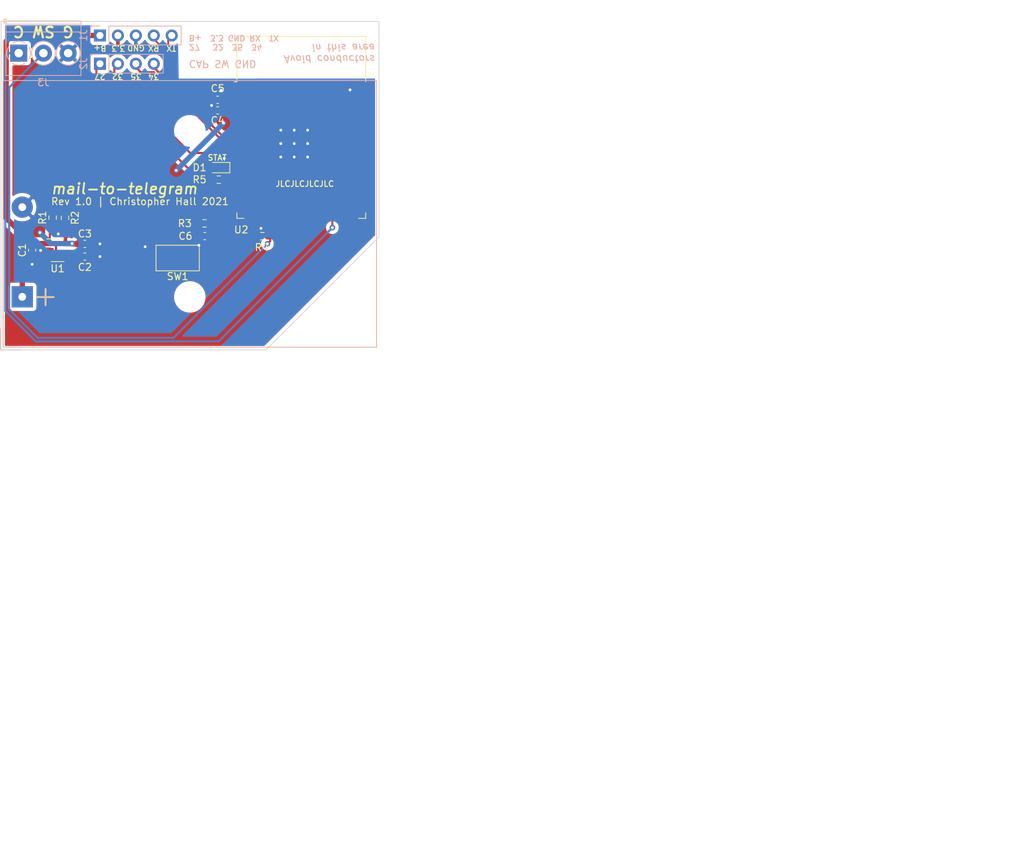
<source format=kicad_pcb>
(kicad_pcb (version 20171130) (host pcbnew 5.1.10)

  (general
    (thickness 1.6)
    (drawings 21)
    (tracks 144)
    (zones 0)
    (modules 20)
    (nets 40)
  )

  (page A4)
  (title_block
    (title mail-to-telegram)
    (date 2021-06-08)
    (rev v1.0)
  )

  (layers
    (0 F.Cu signal)
    (31 B.Cu signal)
    (32 B.Adhes user)
    (33 F.Adhes user)
    (34 B.Paste user)
    (35 F.Paste user)
    (36 B.SilkS user)
    (37 F.SilkS user)
    (38 B.Mask user)
    (39 F.Mask user)
    (40 Dwgs.User user)
    (41 Cmts.User user)
    (42 Eco1.User user)
    (43 Eco2.User user)
    (44 Edge.Cuts user)
    (45 Margin user)
    (46 B.CrtYd user)
    (47 F.CrtYd user)
    (48 B.Fab user hide)
    (49 F.Fab user hide)
  )

  (setup
    (last_trace_width 0.25)
    (user_trace_width 0.3)
    (user_trace_width 0.75)
    (trace_clearance 0.2)
    (zone_clearance 0.508)
    (zone_45_only no)
    (trace_min 0.2)
    (via_size 0.8)
    (via_drill 0.4)
    (via_min_size 0.4)
    (via_min_drill 0.3)
    (uvia_size 0.3)
    (uvia_drill 0.1)
    (uvias_allowed no)
    (uvia_min_size 0.2)
    (uvia_min_drill 0.1)
    (edge_width 0.05)
    (segment_width 0.2)
    (pcb_text_width 0.3)
    (pcb_text_size 1.5 1.5)
    (mod_edge_width 0.12)
    (mod_text_size 1 1)
    (mod_text_width 0.15)
    (pad_size 1.524 1.524)
    (pad_drill 0.762)
    (pad_to_mask_clearance 0)
    (aux_axis_origin 0 0)
    (visible_elements FFFFFF7F)
    (pcbplotparams
      (layerselection 0x010fc_ffffffff)
      (usegerberextensions false)
      (usegerberattributes true)
      (usegerberadvancedattributes true)
      (creategerberjobfile false)
      (excludeedgelayer true)
      (linewidth 0.100000)
      (plotframeref false)
      (viasonmask false)
      (mode 1)
      (useauxorigin false)
      (hpglpennumber 1)
      (hpglpenspeed 20)
      (hpglpendiameter 15.000000)
      (psnegative false)
      (psa4output false)
      (plotreference true)
      (plotvalue true)
      (plotinvisibletext false)
      (padsonsilk false)
      (subtractmaskfromsilk false)
      (outputformat 1)
      (mirror false)
      (drillshape 0)
      (scaleselection 1)
      (outputdirectory "gerber/"))
  )

  (net 0 "")
  (net 1 +BATT)
  (net 2 "Net-(C2-Pad1)")
  (net 3 +3V3)
  (net 4 ENABLE)
  (net 5 "Net-(D1-Pad2)")
  (net 6 UART_TX)
  (net 7 UART_RX)
  (net 8 GPIO35)
  (net 9 GPIO34)
  (net 10 GPIO32)
  (net 11 GPIO27)
  (net 12 REED_SW)
  (net 13 TOUCH)
  (net 14 BAT_ADC)
  (net 15 LED_BUILTIN)
  (net 16 "Net-(U2-Pad37)")
  (net 17 "Net-(U2-Pad36)")
  (net 18 "Net-(U2-Pad33)")
  (net 19 "Net-(U2-Pad32)")
  (net 20 "Net-(U2-Pad31)")
  (net 21 "Net-(U2-Pad30)")
  (net 22 "Net-(U2-Pad29)")
  (net 23 "Net-(U2-Pad28)")
  (net 24 "Net-(U2-Pad27)")
  (net 25 "Net-(U2-Pad26)")
  (net 26 "Net-(U2-Pad25)")
  (net 27 "Net-(U2-Pad22)")
  (net 28 "Net-(U2-Pad21)")
  (net 29 "Net-(U2-Pad20)")
  (net 30 "Net-(U2-Pad19)")
  (net 31 "Net-(U2-Pad18)")
  (net 32 "Net-(U2-Pad17)")
  (net 33 "Net-(U2-Pad14)")
  (net 34 "Net-(U2-Pad13)")
  (net 35 "Net-(U2-Pad10)")
  (net 36 "Net-(U2-Pad5)")
  (net 37 GND)
  (net 38 "Net-(U2-Pad9)")
  (net 39 "Net-(U2-Pad24)")

  (net_class Default "This is the default net class."
    (clearance 0.2)
    (trace_width 0.25)
    (via_dia 0.8)
    (via_drill 0.4)
    (uvia_dia 0.3)
    (uvia_drill 0.1)
    (add_net +3V3)
    (add_net +BATT)
    (add_net BAT_ADC)
    (add_net ENABLE)
    (add_net GND)
    (add_net GPIO27)
    (add_net GPIO32)
    (add_net GPIO34)
    (add_net GPIO35)
    (add_net LED_BUILTIN)
    (add_net "Net-(C2-Pad1)")
    (add_net "Net-(D1-Pad2)")
    (add_net "Net-(U2-Pad10)")
    (add_net "Net-(U2-Pad13)")
    (add_net "Net-(U2-Pad14)")
    (add_net "Net-(U2-Pad17)")
    (add_net "Net-(U2-Pad18)")
    (add_net "Net-(U2-Pad19)")
    (add_net "Net-(U2-Pad20)")
    (add_net "Net-(U2-Pad21)")
    (add_net "Net-(U2-Pad22)")
    (add_net "Net-(U2-Pad24)")
    (add_net "Net-(U2-Pad25)")
    (add_net "Net-(U2-Pad26)")
    (add_net "Net-(U2-Pad27)")
    (add_net "Net-(U2-Pad28)")
    (add_net "Net-(U2-Pad29)")
    (add_net "Net-(U2-Pad30)")
    (add_net "Net-(U2-Pad31)")
    (add_net "Net-(U2-Pad32)")
    (add_net "Net-(U2-Pad33)")
    (add_net "Net-(U2-Pad36)")
    (add_net "Net-(U2-Pad37)")
    (add_net "Net-(U2-Pad5)")
    (add_net "Net-(U2-Pad9)")
    (add_net REED_SW)
    (add_net TOUCH)
    (add_net UART_RX)
    (add_net UART_TX)
  )

  (module "" (layer F.Cu) (tedit 0) (tstamp 0)
    (at 141.6 77.3)
    (fp_text reference "" (at 123 112.5) (layer F.SilkS)
      (effects (font (size 1.27 1.27) (thickness 0.15)))
    )
    (fp_text value "" (at 123 112.5) (layer F.SilkS)
      (effects (font (size 1.27 1.27) (thickness 0.15)))
    )
  )

  (module Battery:BatteryHolder_Keystone_2479_3xAAA (layer B.Cu) (tedit 5E258953) (tstamp 60BE3ADF)
    (at 123 112.5)
    (descr "Keystone Battery Holder, 2479, Battery Type 3xAAA (Script generated with StandardBox.py) (Keystone Battery Holder, 2479, Battery Type 3xAAA)")
    (tags "Keystone Battery Holder 2479 Battery Type 3xAAA")
    (path /60BDE780)
    (fp_text reference BT1 (at -0.09 8.195) (layer B.SilkS) hide
      (effects (font (size 1 1) (thickness 0.15)) (justify mirror))
    )
    (fp_text value "3xAAA 1.5V" (at 23.725 -31.495) (layer B.Fab)
      (effects (font (size 1 1) (thickness 0.15)) (justify mirror))
    )
    (fp_line (start -2.84 7.25) (end -2.84 -30.75) (layer B.CrtYd) (width 0.05))
    (fp_line (start -2.84 -30.75) (end 50.29 -30.75) (layer B.CrtYd) (width 0.05))
    (fp_line (start 50.29 7.25) (end 50.29 -30.75) (layer B.CrtYd) (width 0.05))
    (fp_line (start -2.84 7.25) (end 50.29 7.25) (layer B.CrtYd) (width 0.05))
    (fp_line (start -2.71 7.12) (end -2.71 -30.62) (layer B.SilkS) (width 0.12))
    (fp_line (start -2.71 -30.62) (end 50.16 -30.62) (layer B.SilkS) (width 0.12))
    (fp_line (start 50.16 7.12) (end 50.16 -30.62) (layer B.SilkS) (width 0.12))
    (fp_line (start -2.71 7.12) (end 50.16 7.12) (layer B.SilkS) (width 0.12))
    (fp_line (start -3.09 7.5) (end -0.09 7.5) (layer B.SilkS) (width 0.12))
    (fp_line (start -3.09 4.5) (end -3.09 7.5) (layer B.SilkS) (width 0.12))
    (fp_line (start -2.59 6) (end -1.59 7) (layer B.Fab) (width 0.1))
    (fp_line (start -2.59 -30.5) (end -2.59 6) (layer B.Fab) (width 0.1))
    (fp_line (start 50.04 -30.5) (end -2.59 -30.5) (layer B.Fab) (width 0.1))
    (fp_line (start 50.04 7) (end 50.04 -30.5) (layer B.Fab) (width 0.1))
    (fp_line (start -1.59 7) (end 50.04 7) (layer B.Fab) (width 0.1))
    (fp_text user + (at 3.3 -0.2) (layer B.SilkS)
      (effects (font (size 3 3) (thickness 0.15)) (justify mirror))
    )
    (fp_text user %R (at 23.725 -11.75) (layer B.Fab)
      (effects (font (size 1 1) (thickness 0.15)) (justify mirror))
    )
    (pad "" np_thru_hole circle (at 23.72 -23.5) (size 3.45 3.45) (drill 3.45) (layers *.Cu *.Mask))
    (pad "" np_thru_hole circle (at 23.72 0) (size 3.45 3.45) (drill 3.45) (layers *.Cu *.Mask))
    (pad 2 thru_hole circle (at 0 -12.7) (size 3 3) (drill 1.1) (layers *.Cu *.Mask)
      (net 37 GND))
    (pad 1 thru_hole rect (at 0 0) (size 3 3) (drill 1.1) (layers *.Cu *.Mask)
      (net 1 +BATT))
    (model ${KISYS3DMOD}/Battery.3dshapes/BatteryHolder_Keystone_2479_3xAAA.wrl
      (at (xyz 0 0 0))
      (scale (xyz 1 1 1))
      (rotate (xyz 0 0 0))
    )
  )

  (module Resistor_SMD:R_0603_1608Metric_Pad0.98x0.95mm_HandSolder (layer F.Cu) (tedit 5F68FEEE) (tstamp 60BE3A8B)
    (at 148.8 102.1 180)
    (descr "Resistor SMD 0603 (1608 Metric), square (rectangular) end terminal, IPC_7351 nominal with elongated pad for handsoldering. (Body size source: IPC-SM-782 page 72, https://www.pcb-3d.com/wordpress/wp-content/uploads/ipc-sm-782a_amendment_1_and_2.pdf), generated with kicad-footprint-generator")
    (tags "resistor handsolder")
    (path /60BEC9FF)
    (attr smd)
    (fp_text reference R3 (at 2.7875 0) (layer F.SilkS)
      (effects (font (size 1 1) (thickness 0.15)))
    )
    (fp_text value 10k (at 0 1.43) (layer F.Fab)
      (effects (font (size 1 1) (thickness 0.15)))
    )
    (fp_line (start 1.65 0.73) (end -1.65 0.73) (layer F.CrtYd) (width 0.05))
    (fp_line (start 1.65 -0.73) (end 1.65 0.73) (layer F.CrtYd) (width 0.05))
    (fp_line (start -1.65 -0.73) (end 1.65 -0.73) (layer F.CrtYd) (width 0.05))
    (fp_line (start -1.65 0.73) (end -1.65 -0.73) (layer F.CrtYd) (width 0.05))
    (fp_line (start -0.254724 0.5225) (end 0.254724 0.5225) (layer F.SilkS) (width 0.12))
    (fp_line (start -0.254724 -0.5225) (end 0.254724 -0.5225) (layer F.SilkS) (width 0.12))
    (fp_line (start 0.8 0.4125) (end -0.8 0.4125) (layer F.Fab) (width 0.1))
    (fp_line (start 0.8 -0.4125) (end 0.8 0.4125) (layer F.Fab) (width 0.1))
    (fp_line (start -0.8 -0.4125) (end 0.8 -0.4125) (layer F.Fab) (width 0.1))
    (fp_line (start -0.8 0.4125) (end -0.8 -0.4125) (layer F.Fab) (width 0.1))
    (fp_text user %R (at 0 0) (layer F.Fab)
      (effects (font (size 0.4 0.4) (thickness 0.06)))
    )
    (pad 2 smd roundrect (at 0.9125 0 180) (size 0.975 0.95) (layers F.Cu F.Paste F.Mask) (roundrect_rratio 0.25)
      (net 3 +3V3))
    (pad 1 smd roundrect (at -0.9125 0 180) (size 0.975 0.95) (layers F.Cu F.Paste F.Mask) (roundrect_rratio 0.25)
      (net 4 ENABLE))
    (model ${KISYS3DMOD}/Resistor_SMD.3dshapes/R_0603_1608Metric.wrl
      (at (xyz 0 0 0))
      (scale (xyz 1 1 1))
      (rotate (xyz 0 0 0))
    )
  )

  (module Button_Switch_SMD:SW_SPST_FSMSM (layer F.Cu) (tedit 5A02FC95) (tstamp 60BE3A44)
    (at 145 107 180)
    (descr http://www.te.com/commerce/DocumentDelivery/DDEController?Action=srchrtrv&DocNm=1437566-3&DocType=Customer+Drawing&DocLang=English)
    (tags "SPST button tactile switch")
    (path /60BF059A)
    (attr smd)
    (fp_text reference SW1 (at 0 -2.6) (layer F.SilkS)
      (effects (font (size 1 1) (thickness 0.15)))
    )
    (fp_text value RESET (at 0 3) (layer F.Fab)
      (effects (font (size 1 1) (thickness 0.15)))
    )
    (fp_line (start -5.95 -2) (end 5.95 -2) (layer F.CrtYd) (width 0.05))
    (fp_line (start -5.95 -2) (end -5.95 2) (layer F.CrtYd) (width 0.05))
    (fp_line (start 3 -1.75) (end 3 1.75) (layer F.Fab) (width 0.1))
    (fp_line (start -3 -1.75) (end -3 1.75) (layer F.Fab) (width 0.1))
    (fp_line (start -3 -1.75) (end 3 -1.75) (layer F.Fab) (width 0.1))
    (fp_line (start -3 1.75) (end 3 1.75) (layer F.Fab) (width 0.1))
    (fp_line (start 5.95 -2) (end 5.95 2) (layer F.CrtYd) (width 0.05))
    (fp_line (start -5.95 2) (end 5.95 2) (layer F.CrtYd) (width 0.05))
    (fp_line (start -1.5 -0.8) (end -1.5 0.8) (layer F.Fab) (width 0.1))
    (fp_line (start 1.5 -0.8) (end 1.5 0.8) (layer F.Fab) (width 0.1))
    (fp_line (start -1.5 -0.8) (end 1.5 -0.8) (layer F.Fab) (width 0.1))
    (fp_line (start -1.5 0.8) (end 1.5 0.8) (layer F.Fab) (width 0.1))
    (fp_line (start -3.06 1.81) (end -3.06 -1.81) (layer F.SilkS) (width 0.12))
    (fp_line (start 3.06 1.81) (end -3.06 1.81) (layer F.SilkS) (width 0.12))
    (fp_line (start 3.06 -1.81) (end 3.06 1.81) (layer F.SilkS) (width 0.12))
    (fp_line (start -3.06 -1.81) (end 3.06 -1.81) (layer F.SilkS) (width 0.12))
    (fp_line (start -1.75 1) (end -1.75 -1) (layer F.Fab) (width 0.1))
    (fp_line (start 1.75 1) (end -1.75 1) (layer F.Fab) (width 0.1))
    (fp_line (start 1.75 -1) (end 1.75 1) (layer F.Fab) (width 0.1))
    (fp_line (start -1.75 -1) (end 1.75 -1) (layer F.Fab) (width 0.1))
    (fp_text user %R (at 0 -2.6) (layer F.Fab)
      (effects (font (size 1 1) (thickness 0.15)))
    )
    (pad 2 smd rect (at 4.59 0 180) (size 2.18 1.6) (layers F.Cu F.Paste F.Mask)
      (net 37 GND))
    (pad 1 smd rect (at -4.59 0 180) (size 2.18 1.6) (layers F.Cu F.Paste F.Mask)
      (net 4 ENABLE))
    (model ${KISYS3DMOD}/Button_Switch_SMD.3dshapes/SW_SPST_FSMSM.wrl
      (at (xyz 0 0 0))
      (scale (xyz 1 1 1))
      (rotate (xyz 0 0 0))
    )
  )

  (module Capacitor_SMD:C_0603_1608Metric_Pad1.08x0.95mm_HandSolder (layer F.Cu) (tedit 5F68FEEF) (tstamp 60BE39BC)
    (at 148.8375 103.9 180)
    (descr "Capacitor SMD 0603 (1608 Metric), square (rectangular) end terminal, IPC_7351 nominal with elongated pad for handsoldering. (Body size source: IPC-SM-782 page 76, https://www.pcb-3d.com/wordpress/wp-content/uploads/ipc-sm-782a_amendment_1_and_2.pdf), generated with kicad-footprint-generator")
    (tags "capacitor handsolder")
    (path /60BEC3D4)
    (attr smd)
    (fp_text reference C6 (at 2.7375 0) (layer F.SilkS)
      (effects (font (size 1 1) (thickness 0.15)))
    )
    (fp_text value 1u (at 0 1.43) (layer F.Fab)
      (effects (font (size 1 1) (thickness 0.15)))
    )
    (fp_line (start 1.65 0.73) (end -1.65 0.73) (layer F.CrtYd) (width 0.05))
    (fp_line (start 1.65 -0.73) (end 1.65 0.73) (layer F.CrtYd) (width 0.05))
    (fp_line (start -1.65 -0.73) (end 1.65 -0.73) (layer F.CrtYd) (width 0.05))
    (fp_line (start -1.65 0.73) (end -1.65 -0.73) (layer F.CrtYd) (width 0.05))
    (fp_line (start -0.146267 0.51) (end 0.146267 0.51) (layer F.SilkS) (width 0.12))
    (fp_line (start -0.146267 -0.51) (end 0.146267 -0.51) (layer F.SilkS) (width 0.12))
    (fp_line (start 0.8 0.4) (end -0.8 0.4) (layer F.Fab) (width 0.1))
    (fp_line (start 0.8 -0.4) (end 0.8 0.4) (layer F.Fab) (width 0.1))
    (fp_line (start -0.8 -0.4) (end 0.8 -0.4) (layer F.Fab) (width 0.1))
    (fp_line (start -0.8 0.4) (end -0.8 -0.4) (layer F.Fab) (width 0.1))
    (fp_text user %R (at 0 0) (layer F.Fab)
      (effects (font (size 0.4 0.4) (thickness 0.06)))
    )
    (pad 2 smd roundrect (at 0.8625 0 180) (size 1.075 0.95) (layers F.Cu F.Paste F.Mask) (roundrect_rratio 0.25)
      (net 37 GND))
    (pad 1 smd roundrect (at -0.8625 0 180) (size 1.075 0.95) (layers F.Cu F.Paste F.Mask) (roundrect_rratio 0.25)
      (net 4 ENABLE))
    (model ${KISYS3DMOD}/Capacitor_SMD.3dshapes/C_0603_1608Metric.wrl
      (at (xyz 0 0 0))
      (scale (xyz 1 1 1))
      (rotate (xyz 0 0 0))
    )
  )

  (module Package_TO_SOT_SMD:SOT-23-5 (layer F.Cu) (tedit 5A02FF57) (tstamp 60BDE8CE)
    (at 128 105.9)
    (descr "5-pin SOT23 package")
    (tags SOT-23-5)
    (path /60C06683)
    (attr smd)
    (fp_text reference U1 (at 0 2.6) (layer F.SilkS)
      (effects (font (size 1 1) (thickness 0.15)))
    )
    (fp_text value AP2210K-3.3TRG1 (at 0 2.9) (layer F.Fab)
      (effects (font (size 1 1) (thickness 0.15)))
    )
    (fp_line (start 0.9 -1.55) (end 0.9 1.55) (layer F.Fab) (width 0.1))
    (fp_line (start 0.9 1.55) (end -0.9 1.55) (layer F.Fab) (width 0.1))
    (fp_line (start -0.9 -0.9) (end -0.9 1.55) (layer F.Fab) (width 0.1))
    (fp_line (start 0.9 -1.55) (end -0.25 -1.55) (layer F.Fab) (width 0.1))
    (fp_line (start -0.9 -0.9) (end -0.25 -1.55) (layer F.Fab) (width 0.1))
    (fp_line (start -1.9 1.8) (end -1.9 -1.8) (layer F.CrtYd) (width 0.05))
    (fp_line (start 1.9 1.8) (end -1.9 1.8) (layer F.CrtYd) (width 0.05))
    (fp_line (start 1.9 -1.8) (end 1.9 1.8) (layer F.CrtYd) (width 0.05))
    (fp_line (start -1.9 -1.8) (end 1.9 -1.8) (layer F.CrtYd) (width 0.05))
    (fp_line (start 0.9 -1.61) (end -1.55 -1.61) (layer F.SilkS) (width 0.12))
    (fp_line (start -0.9 1.61) (end 0.9 1.61) (layer F.SilkS) (width 0.12))
    (fp_text user %R (at 0 0 90) (layer F.Fab)
      (effects (font (size 0.5 0.5) (thickness 0.075)))
    )
    (pad 5 smd rect (at 1.1 -0.95) (size 1.06 0.65) (layers F.Cu F.Paste F.Mask)
      (net 3 +3V3))
    (pad 4 smd rect (at 1.1 0.95) (size 1.06 0.65) (layers F.Cu F.Paste F.Mask)
      (net 2 "Net-(C2-Pad1)"))
    (pad 3 smd rect (at -1.1 0.95) (size 1.06 0.65) (layers F.Cu F.Paste F.Mask)
      (net 1 +BATT))
    (pad 2 smd rect (at -1.1 0) (size 1.06 0.65) (layers F.Cu F.Paste F.Mask)
      (net 37 GND))
    (pad 1 smd rect (at -1.1 -0.95) (size 1.06 0.65) (layers F.Cu F.Paste F.Mask)
      (net 1 +BATT))
    (model ${KISYS3DMOD}/Package_TO_SOT_SMD.3dshapes/SOT-23-5.wrl
      (at (xyz 0 0 0))
      (scale (xyz 1 1 1))
      (rotate (xyz 0 0 0))
    )
  )

  (module Connector_PinHeader_2.54mm:PinHeader_1x04_P2.54mm_Vertical (layer B.Cu) (tedit 59FED5CC) (tstamp 60BE024C)
    (at 134 79.5 270)
    (descr "Through hole straight pin header, 1x04, 2.54mm pitch, single row")
    (tags "Through hole pin header THT 1x04 2.54mm single row")
    (path /60C18604)
    (fp_text reference J2 (at 0 2.33 90) (layer B.SilkS)
      (effects (font (size 1 1) (thickness 0.15)) (justify mirror))
    )
    (fp_text value GPIO (at 0 -9.95 90) (layer B.Fab)
      (effects (font (size 1 1) (thickness 0.15)) (justify mirror))
    )
    (fp_line (start 1.8 1.8) (end -1.8 1.8) (layer B.CrtYd) (width 0.05))
    (fp_line (start 1.8 -9.4) (end 1.8 1.8) (layer B.CrtYd) (width 0.05))
    (fp_line (start -1.8 -9.4) (end 1.8 -9.4) (layer B.CrtYd) (width 0.05))
    (fp_line (start -1.8 1.8) (end -1.8 -9.4) (layer B.CrtYd) (width 0.05))
    (fp_line (start -1.33 1.33) (end 0 1.33) (layer B.SilkS) (width 0.12))
    (fp_line (start -1.33 0) (end -1.33 1.33) (layer B.SilkS) (width 0.12))
    (fp_line (start -1.33 -1.27) (end 1.33 -1.27) (layer B.SilkS) (width 0.12))
    (fp_line (start 1.33 -1.27) (end 1.33 -8.95) (layer B.SilkS) (width 0.12))
    (fp_line (start -1.33 -1.27) (end -1.33 -8.95) (layer B.SilkS) (width 0.12))
    (fp_line (start -1.33 -8.95) (end 1.33 -8.95) (layer B.SilkS) (width 0.12))
    (fp_line (start -1.27 0.635) (end -0.635 1.27) (layer B.Fab) (width 0.1))
    (fp_line (start -1.27 -8.89) (end -1.27 0.635) (layer B.Fab) (width 0.1))
    (fp_line (start 1.27 -8.89) (end -1.27 -8.89) (layer B.Fab) (width 0.1))
    (fp_line (start 1.27 1.27) (end 1.27 -8.89) (layer B.Fab) (width 0.1))
    (fp_line (start -0.635 1.27) (end 1.27 1.27) (layer B.Fab) (width 0.1))
    (fp_text user %R (at 0 -3.81 180) (layer B.Fab)
      (effects (font (size 1 1) (thickness 0.15)) (justify mirror))
    )
    (pad 4 thru_hole oval (at 0 -7.62 270) (size 1.7 1.7) (drill 1) (layers *.Cu *.Mask)
      (net 9 GPIO34))
    (pad 3 thru_hole oval (at 0 -5.08 270) (size 1.7 1.7) (drill 1) (layers *.Cu *.Mask)
      (net 8 GPIO35))
    (pad 2 thru_hole oval (at 0 -2.54 270) (size 1.7 1.7) (drill 1) (layers *.Cu *.Mask)
      (net 10 GPIO32))
    (pad 1 thru_hole rect (at 0 0 270) (size 1.7 1.7) (drill 1) (layers *.Cu *.Mask)
      (net 11 GPIO27))
    (model ${KISYS3DMOD}/Connector_PinHeader_2.54mm.3dshapes/PinHeader_1x04_P2.54mm_Vertical.wrl
      (at (xyz 0 0 0))
      (scale (xyz 1 1 1))
      (rotate (xyz 0 0 0))
    )
  )

  (module Connector_PinHeader_2.54mm:PinHeader_1x05_P2.54mm_Vertical (layer B.Cu) (tedit 59FED5CC) (tstamp 60BE46CC)
    (at 134 75.5 270)
    (descr "Through hole straight pin header, 1x05, 2.54mm pitch, single row")
    (tags "Through hole pin header THT 1x05 2.54mm single row")
    (path /60BF5C3C)
    (fp_text reference J1 (at 0 2.33 90) (layer B.SilkS)
      (effects (font (size 1 1) (thickness 0.15)) (justify mirror))
    )
    (fp_text value UART (at 0 -12.49 90) (layer B.Fab)
      (effects (font (size 1 1) (thickness 0.15)) (justify mirror))
    )
    (fp_line (start 1.8 1.8) (end -1.8 1.8) (layer B.CrtYd) (width 0.05))
    (fp_line (start 1.8 -11.95) (end 1.8 1.8) (layer B.CrtYd) (width 0.05))
    (fp_line (start -1.8 -11.95) (end 1.8 -11.95) (layer B.CrtYd) (width 0.05))
    (fp_line (start -1.8 1.8) (end -1.8 -11.95) (layer B.CrtYd) (width 0.05))
    (fp_line (start -1.33 1.33) (end 0 1.33) (layer B.SilkS) (width 0.12))
    (fp_line (start -1.33 0) (end -1.33 1.33) (layer B.SilkS) (width 0.12))
    (fp_line (start -1.33 -1.27) (end 1.33 -1.27) (layer B.SilkS) (width 0.12))
    (fp_line (start 1.33 -1.27) (end 1.33 -11.49) (layer B.SilkS) (width 0.12))
    (fp_line (start -1.33 -1.27) (end -1.33 -11.49) (layer B.SilkS) (width 0.12))
    (fp_line (start -1.33 -11.49) (end 1.33 -11.49) (layer B.SilkS) (width 0.12))
    (fp_line (start -1.27 0.635) (end -0.635 1.27) (layer B.Fab) (width 0.1))
    (fp_line (start -1.27 -11.43) (end -1.27 0.635) (layer B.Fab) (width 0.1))
    (fp_line (start 1.27 -11.43) (end -1.27 -11.43) (layer B.Fab) (width 0.1))
    (fp_line (start 1.27 1.27) (end 1.27 -11.43) (layer B.Fab) (width 0.1))
    (fp_line (start -0.635 1.27) (end 1.27 1.27) (layer B.Fab) (width 0.1))
    (fp_text user %R (at 0 -5.08 180) (layer B.Fab)
      (effects (font (size 1 1) (thickness 0.15)) (justify mirror))
    )
    (pad 5 thru_hole oval (at 0 -10.16 270) (size 1.7 1.7) (drill 1) (layers *.Cu *.Mask)
      (net 6 UART_TX))
    (pad 4 thru_hole oval (at 0 -7.62 270) (size 1.7 1.7) (drill 1) (layers *.Cu *.Mask)
      (net 7 UART_RX))
    (pad 3 thru_hole oval (at 0 -5.08 270) (size 1.7 1.7) (drill 1) (layers *.Cu *.Mask)
      (net 37 GND))
    (pad 2 thru_hole oval (at 0 -2.54 270) (size 1.7 1.7) (drill 1) (layers *.Cu *.Mask)
      (net 3 +3V3))
    (pad 1 thru_hole rect (at 0 0 270) (size 1.7 1.7) (drill 1) (layers *.Cu *.Mask)
      (net 1 +BATT))
    (model ${KISYS3DMOD}/Connector_PinHeader_2.54mm.3dshapes/PinHeader_1x05_P2.54mm_Vertical.wrl
      (at (xyz 0 0 0))
      (scale (xyz 1 1 1))
      (rotate (xyz 0 0 0))
    )
  )

  (module RF_Module:ESP32-WROOM-32 (layer F.Cu) (tedit 5B5B4654) (tstamp 60BDC9C3)
    (at 162.5 91.5)
    (descr "Single 2.4 GHz Wi-Fi and Bluetooth combo chip https://www.espressif.com/sites/default/files/documentation/esp32-wroom-32_datasheet_en.pdf")
    (tags "Single 2.4 GHz Wi-Fi and Bluetooth combo  chip")
    (path /60BE45DA)
    (attr smd)
    (fp_text reference U2 (at -8.5 11.5 180) (layer F.SilkS)
      (effects (font (size 1 1) (thickness 0.15)))
    )
    (fp_text value ESP32-WROOM-32D (at 0 11.5) (layer F.Fab)
      (effects (font (size 1 1) (thickness 0.15)))
    )
    (fp_line (start -9.12 -9.445) (end -9.5 -9.445) (layer F.SilkS) (width 0.12))
    (fp_line (start -9.12 -15.865) (end -9.12 -9.445) (layer F.SilkS) (width 0.12))
    (fp_line (start 9.12 -15.865) (end 9.12 -9.445) (layer F.SilkS) (width 0.12))
    (fp_line (start -9.12 -15.865) (end 9.12 -15.865) (layer F.SilkS) (width 0.12))
    (fp_line (start 9.12 9.88) (end 8.12 9.88) (layer F.SilkS) (width 0.12))
    (fp_line (start 9.12 9.1) (end 9.12 9.88) (layer F.SilkS) (width 0.12))
    (fp_line (start -9.12 9.88) (end -8.12 9.88) (layer F.SilkS) (width 0.12))
    (fp_line (start -9.12 9.1) (end -9.12 9.88) (layer F.SilkS) (width 0.12))
    (fp_line (start 8.4 -20.6) (end 8.2 -20.4) (layer Cmts.User) (width 0.1))
    (fp_line (start 8.4 -16) (end 8.4 -20.6) (layer Cmts.User) (width 0.1))
    (fp_line (start 8.4 -20.6) (end 8.6 -20.4) (layer Cmts.User) (width 0.1))
    (fp_line (start 8.4 -16) (end 8.6 -16.2) (layer Cmts.User) (width 0.1))
    (fp_line (start 8.4 -16) (end 8.2 -16.2) (layer Cmts.User) (width 0.1))
    (fp_line (start -9.2 -13.875) (end -9.4 -14.075) (layer Cmts.User) (width 0.1))
    (fp_line (start -13.8 -13.875) (end -9.2 -13.875) (layer Cmts.User) (width 0.1))
    (fp_line (start -9.2 -13.875) (end -9.4 -13.675) (layer Cmts.User) (width 0.1))
    (fp_line (start -13.8 -13.875) (end -13.6 -13.675) (layer Cmts.User) (width 0.1))
    (fp_line (start -13.8 -13.875) (end -13.6 -14.075) (layer Cmts.User) (width 0.1))
    (fp_line (start 9.2 -13.875) (end 9.4 -13.675) (layer Cmts.User) (width 0.1))
    (fp_line (start 9.2 -13.875) (end 9.4 -14.075) (layer Cmts.User) (width 0.1))
    (fp_line (start 13.8 -13.875) (end 13.6 -13.675) (layer Cmts.User) (width 0.1))
    (fp_line (start 13.8 -13.875) (end 13.6 -14.075) (layer Cmts.User) (width 0.1))
    (fp_line (start 9.2 -13.875) (end 13.8 -13.875) (layer Cmts.User) (width 0.1))
    (fp_line (start 14 -11.585) (end 12 -9.97) (layer Dwgs.User) (width 0.1))
    (fp_line (start 14 -13.2) (end 10 -9.97) (layer Dwgs.User) (width 0.1))
    (fp_line (start 14 -14.815) (end 8 -9.97) (layer Dwgs.User) (width 0.1))
    (fp_line (start 14 -16.43) (end 6 -9.97) (layer Dwgs.User) (width 0.1))
    (fp_line (start 14 -18.045) (end 4 -9.97) (layer Dwgs.User) (width 0.1))
    (fp_line (start 14 -19.66) (end 2 -9.97) (layer Dwgs.User) (width 0.1))
    (fp_line (start 13.475 -20.75) (end 0 -9.97) (layer Dwgs.User) (width 0.1))
    (fp_line (start 11.475 -20.75) (end -2 -9.97) (layer Dwgs.User) (width 0.1))
    (fp_line (start 9.475 -20.75) (end -4 -9.97) (layer Dwgs.User) (width 0.1))
    (fp_line (start 7.475 -20.75) (end -6 -9.97) (layer Dwgs.User) (width 0.1))
    (fp_line (start -8 -9.97) (end 5.475 -20.75) (layer Dwgs.User) (width 0.1))
    (fp_line (start 3.475 -20.75) (end -10 -9.97) (layer Dwgs.User) (width 0.1))
    (fp_line (start 1.475 -20.75) (end -12 -9.97) (layer Dwgs.User) (width 0.1))
    (fp_line (start -0.525 -20.75) (end -14 -9.97) (layer Dwgs.User) (width 0.1))
    (fp_line (start -2.525 -20.75) (end -14 -11.585) (layer Dwgs.User) (width 0.1))
    (fp_line (start -4.525 -20.75) (end -14 -13.2) (layer Dwgs.User) (width 0.1))
    (fp_line (start -6.525 -20.75) (end -14 -14.815) (layer Dwgs.User) (width 0.1))
    (fp_line (start -8.525 -20.75) (end -14 -16.43) (layer Dwgs.User) (width 0.1))
    (fp_line (start -10.525 -20.75) (end -14 -18.045) (layer Dwgs.User) (width 0.1))
    (fp_line (start -12.525 -20.75) (end -14 -19.66) (layer Dwgs.User) (width 0.1))
    (fp_line (start 9.75 -9.72) (end 14.25 -9.72) (layer F.CrtYd) (width 0.05))
    (fp_line (start -14.25 -9.72) (end -9.75 -9.72) (layer F.CrtYd) (width 0.05))
    (fp_line (start 14.25 -21) (end 14.25 -9.72) (layer F.CrtYd) (width 0.05))
    (fp_line (start -14.25 -21) (end -14.25 -9.72) (layer F.CrtYd) (width 0.05))
    (fp_line (start 14 -20.75) (end -14 -20.75) (layer Dwgs.User) (width 0.1))
    (fp_line (start 14 -9.97) (end 14 -20.75) (layer Dwgs.User) (width 0.1))
    (fp_line (start 14 -9.97) (end -14 -9.97) (layer Dwgs.User) (width 0.1))
    (fp_line (start -9 -9.02) (end -8.5 -9.52) (layer F.Fab) (width 0.1))
    (fp_line (start -8.5 -9.52) (end -9 -10.02) (layer F.Fab) (width 0.1))
    (fp_line (start -9 -9.02) (end -9 9.76) (layer F.Fab) (width 0.1))
    (fp_line (start -14.25 -21) (end 14.25 -21) (layer F.CrtYd) (width 0.05))
    (fp_line (start 9.75 -9.72) (end 9.75 10.5) (layer F.CrtYd) (width 0.05))
    (fp_line (start -9.75 10.5) (end 9.75 10.5) (layer F.CrtYd) (width 0.05))
    (fp_line (start -9.75 10.5) (end -9.75 -9.72) (layer F.CrtYd) (width 0.05))
    (fp_line (start -9 -15.745) (end 9 -15.745) (layer F.Fab) (width 0.1))
    (fp_line (start -9 -15.745) (end -9 -10.02) (layer F.Fab) (width 0.1))
    (fp_line (start -9 9.76) (end 9 9.76) (layer F.Fab) (width 0.1))
    (fp_line (start 9 9.76) (end 9 -15.745) (layer F.Fab) (width 0.1))
    (fp_line (start -14 -9.97) (end -14 -20.75) (layer Dwgs.User) (width 0.1))
    (fp_text user "5 mm" (at 7.8 -19.075 90) (layer Cmts.User)
      (effects (font (size 0.5 0.5) (thickness 0.1)))
    )
    (fp_text user "5 mm" (at -11.2 -14.375) (layer Cmts.User)
      (effects (font (size 0.5 0.5) (thickness 0.1)))
    )
    (fp_text user "5 mm" (at 11.8 -14.375) (layer Cmts.User)
      (effects (font (size 0.5 0.5) (thickness 0.1)))
    )
    (fp_text user Antenna (at 0 -13) (layer Cmts.User)
      (effects (font (size 1 1) (thickness 0.15)))
    )
    (fp_text user "KEEP-OUT ZONE" (at 0 -19) (layer Cmts.User)
      (effects (font (size 1 1) (thickness 0.15)))
    )
    (fp_text user %R (at 0 0) (layer F.Fab)
      (effects (font (size 1 1) (thickness 0.15)))
    )
    (pad 38 smd rect (at 8.5 -8.255) (size 2 0.9) (layers F.Cu F.Paste F.Mask)
      (net 37 GND))
    (pad 37 smd rect (at 8.5 -6.985) (size 2 0.9) (layers F.Cu F.Paste F.Mask)
      (net 16 "Net-(U2-Pad37)"))
    (pad 36 smd rect (at 8.5 -5.715) (size 2 0.9) (layers F.Cu F.Paste F.Mask)
      (net 17 "Net-(U2-Pad36)"))
    (pad 35 smd rect (at 8.5 -4.445) (size 2 0.9) (layers F.Cu F.Paste F.Mask)
      (net 6 UART_TX))
    (pad 34 smd rect (at 8.5 -3.175) (size 2 0.9) (layers F.Cu F.Paste F.Mask)
      (net 7 UART_RX))
    (pad 33 smd rect (at 8.5 -1.905) (size 2 0.9) (layers F.Cu F.Paste F.Mask)
      (net 18 "Net-(U2-Pad33)"))
    (pad 32 smd rect (at 8.5 -0.635) (size 2 0.9) (layers F.Cu F.Paste F.Mask)
      (net 19 "Net-(U2-Pad32)"))
    (pad 31 smd rect (at 8.5 0.635) (size 2 0.9) (layers F.Cu F.Paste F.Mask)
      (net 20 "Net-(U2-Pad31)"))
    (pad 30 smd rect (at 8.5 1.905) (size 2 0.9) (layers F.Cu F.Paste F.Mask)
      (net 21 "Net-(U2-Pad30)"))
    (pad 29 smd rect (at 8.5 3.175) (size 2 0.9) (layers F.Cu F.Paste F.Mask)
      (net 22 "Net-(U2-Pad29)"))
    (pad 28 smd rect (at 8.5 4.445) (size 2 0.9) (layers F.Cu F.Paste F.Mask)
      (net 23 "Net-(U2-Pad28)"))
    (pad 27 smd rect (at 8.5 5.715) (size 2 0.9) (layers F.Cu F.Paste F.Mask)
      (net 24 "Net-(U2-Pad27)"))
    (pad 26 smd rect (at 8.5 6.985) (size 2 0.9) (layers F.Cu F.Paste F.Mask)
      (net 25 "Net-(U2-Pad26)"))
    (pad 25 smd rect (at 8.5 8.255) (size 2 0.9) (layers F.Cu F.Paste F.Mask)
      (net 26 "Net-(U2-Pad25)"))
    (pad 24 smd rect (at 5.715 9.255 90) (size 2 0.9) (layers F.Cu F.Paste F.Mask)
      (net 39 "Net-(U2-Pad24)"))
    (pad 23 smd rect (at 4.445 9.255 90) (size 2 0.9) (layers F.Cu F.Paste F.Mask)
      (net 13 TOUCH))
    (pad 22 smd rect (at 3.175 9.255 90) (size 2 0.9) (layers F.Cu F.Paste F.Mask)
      (net 27 "Net-(U2-Pad22)"))
    (pad 21 smd rect (at 1.905 9.255 90) (size 2 0.9) (layers F.Cu F.Paste F.Mask)
      (net 28 "Net-(U2-Pad21)"))
    (pad 20 smd rect (at 0.635 9.255 90) (size 2 0.9) (layers F.Cu F.Paste F.Mask)
      (net 29 "Net-(U2-Pad20)"))
    (pad 19 smd rect (at -0.635 9.255 90) (size 2 0.9) (layers F.Cu F.Paste F.Mask)
      (net 30 "Net-(U2-Pad19)"))
    (pad 18 smd rect (at -1.905 9.255 90) (size 2 0.9) (layers F.Cu F.Paste F.Mask)
      (net 31 "Net-(U2-Pad18)"))
    (pad 17 smd rect (at -3.175 9.255 90) (size 2 0.9) (layers F.Cu F.Paste F.Mask)
      (net 32 "Net-(U2-Pad17)"))
    (pad 16 smd rect (at -4.445 9.255 90) (size 2 0.9) (layers F.Cu F.Paste F.Mask)
      (net 12 REED_SW))
    (pad 15 smd rect (at -5.715 9.255 90) (size 2 0.9) (layers F.Cu F.Paste F.Mask)
      (net 37 GND))
    (pad 14 smd rect (at -8.5 8.255) (size 2 0.9) (layers F.Cu F.Paste F.Mask)
      (net 33 "Net-(U2-Pad14)"))
    (pad 13 smd rect (at -8.5 6.985) (size 2 0.9) (layers F.Cu F.Paste F.Mask)
      (net 34 "Net-(U2-Pad13)"))
    (pad 12 smd rect (at -8.5 5.715) (size 2 0.9) (layers F.Cu F.Paste F.Mask)
      (net 11 GPIO27))
    (pad 11 smd rect (at -8.5 4.445) (size 2 0.9) (layers F.Cu F.Paste F.Mask)
      (net 15 LED_BUILTIN))
    (pad 10 smd rect (at -8.5 3.175) (size 2 0.9) (layers F.Cu F.Paste F.Mask)
      (net 35 "Net-(U2-Pad10)"))
    (pad 9 smd rect (at -8.5 1.905) (size 2 0.9) (layers F.Cu F.Paste F.Mask)
      (net 38 "Net-(U2-Pad9)"))
    (pad 8 smd rect (at -8.5 0.635) (size 2 0.9) (layers F.Cu F.Paste F.Mask)
      (net 10 GPIO32))
    (pad 7 smd rect (at -8.5 -0.635) (size 2 0.9) (layers F.Cu F.Paste F.Mask)
      (net 8 GPIO35))
    (pad 6 smd rect (at -8.5 -1.905) (size 2 0.9) (layers F.Cu F.Paste F.Mask)
      (net 9 GPIO34))
    (pad 5 smd rect (at -8.5 -3.175) (size 2 0.9) (layers F.Cu F.Paste F.Mask)
      (net 36 "Net-(U2-Pad5)"))
    (pad 4 smd rect (at -8.5 -4.445) (size 2 0.9) (layers F.Cu F.Paste F.Mask)
      (net 14 BAT_ADC))
    (pad 3 smd rect (at -8.5 -5.715) (size 2 0.9) (layers F.Cu F.Paste F.Mask)
      (net 4 ENABLE))
    (pad 2 smd rect (at -8.5 -6.985) (size 2 0.9) (layers F.Cu F.Paste F.Mask)
      (net 3 +3V3))
    (pad 1 smd rect (at -8.5 -8.255) (size 2 0.9) (layers F.Cu F.Paste F.Mask)
      (net 37 GND))
    (pad 39 smd rect (at -1 -0.755) (size 5 5) (layers F.Cu F.Paste F.Mask)
      (net 37 GND))
    (model ${KISYS3DMOD}/RF_Module.3dshapes/ESP32-WROOM-32.wrl
      (at (xyz 0 0 0))
      (scale (xyz 1 1 1))
      (rotate (xyz 0 0 0))
    )
  )

  (module Resistor_SMD:R_0603_1608Metric_Pad0.98x0.95mm_HandSolder (layer F.Cu) (tedit 5F68FEEE) (tstamp 60BDC924)
    (at 150.8125 95.9)
    (descr "Resistor SMD 0603 (1608 Metric), square (rectangular) end terminal, IPC_7351 nominal with elongated pad for handsoldering. (Body size source: IPC-SM-782 page 72, https://www.pcb-3d.com/wordpress/wp-content/uploads/ipc-sm-782a_amendment_1_and_2.pdf), generated with kicad-footprint-generator")
    (tags "resistor handsolder")
    (path /60C36DF1)
    (attr smd)
    (fp_text reference R5 (at -2.7125 0) (layer F.SilkS)
      (effects (font (size 1 1) (thickness 0.15)))
    )
    (fp_text value 4.7k (at 0 1.43) (layer F.Fab)
      (effects (font (size 1 1) (thickness 0.15)))
    )
    (fp_line (start 1.65 0.73) (end -1.65 0.73) (layer F.CrtYd) (width 0.05))
    (fp_line (start 1.65 -0.73) (end 1.65 0.73) (layer F.CrtYd) (width 0.05))
    (fp_line (start -1.65 -0.73) (end 1.65 -0.73) (layer F.CrtYd) (width 0.05))
    (fp_line (start -1.65 0.73) (end -1.65 -0.73) (layer F.CrtYd) (width 0.05))
    (fp_line (start -0.254724 0.5225) (end 0.254724 0.5225) (layer F.SilkS) (width 0.12))
    (fp_line (start -0.254724 -0.5225) (end 0.254724 -0.5225) (layer F.SilkS) (width 0.12))
    (fp_line (start 0.8 0.4125) (end -0.8 0.4125) (layer F.Fab) (width 0.1))
    (fp_line (start 0.8 -0.4125) (end 0.8 0.4125) (layer F.Fab) (width 0.1))
    (fp_line (start -0.8 -0.4125) (end 0.8 -0.4125) (layer F.Fab) (width 0.1))
    (fp_line (start -0.8 0.4125) (end -0.8 -0.4125) (layer F.Fab) (width 0.1))
    (fp_text user %R (at 0 0) (layer F.Fab)
      (effects (font (size 0.4 0.4) (thickness 0.06)))
    )
    (pad 2 smd roundrect (at 0.9125 0) (size 0.975 0.95) (layers F.Cu F.Paste F.Mask) (roundrect_rratio 0.25)
      (net 15 LED_BUILTIN))
    (pad 1 smd roundrect (at -0.9125 0) (size 0.975 0.95) (layers F.Cu F.Paste F.Mask) (roundrect_rratio 0.25)
      (net 5 "Net-(D1-Pad2)"))
    (model ${KISYS3DMOD}/Resistor_SMD.3dshapes/R_0603_1608Metric.wrl
      (at (xyz 0 0 0))
      (scale (xyz 1 1 1))
      (rotate (xyz 0 0 0))
    )
  )

  (module Resistor_SMD:R_0603_1608Metric_Pad0.98x0.95mm_HandSolder (layer F.Cu) (tedit 5F68FEEE) (tstamp 60BDC913)
    (at 156.9875 103.9)
    (descr "Resistor SMD 0603 (1608 Metric), square (rectangular) end terminal, IPC_7351 nominal with elongated pad for handsoldering. (Body size source: IPC-SM-782 page 72, https://www.pcb-3d.com/wordpress/wp-content/uploads/ipc-sm-782a_amendment_1_and_2.pdf), generated with kicad-footprint-generator")
    (tags "resistor handsolder")
    (path /60C3E89B)
    (attr smd)
    (fp_text reference R4 (at -0.0875 1.6) (layer F.SilkS)
      (effects (font (size 1 1) (thickness 0.15)))
    )
    (fp_text value 100k (at 0 1.43) (layer F.Fab)
      (effects (font (size 1 1) (thickness 0.15)))
    )
    (fp_line (start 1.65 0.73) (end -1.65 0.73) (layer F.CrtYd) (width 0.05))
    (fp_line (start 1.65 -0.73) (end 1.65 0.73) (layer F.CrtYd) (width 0.05))
    (fp_line (start -1.65 -0.73) (end 1.65 -0.73) (layer F.CrtYd) (width 0.05))
    (fp_line (start -1.65 0.73) (end -1.65 -0.73) (layer F.CrtYd) (width 0.05))
    (fp_line (start -0.254724 0.5225) (end 0.254724 0.5225) (layer F.SilkS) (width 0.12))
    (fp_line (start -0.254724 -0.5225) (end 0.254724 -0.5225) (layer F.SilkS) (width 0.12))
    (fp_line (start 0.8 0.4125) (end -0.8 0.4125) (layer F.Fab) (width 0.1))
    (fp_line (start 0.8 -0.4125) (end 0.8 0.4125) (layer F.Fab) (width 0.1))
    (fp_line (start -0.8 -0.4125) (end 0.8 -0.4125) (layer F.Fab) (width 0.1))
    (fp_line (start -0.8 0.4125) (end -0.8 -0.4125) (layer F.Fab) (width 0.1))
    (fp_text user %R (at 0 0) (layer F.Fab)
      (effects (font (size 0.4 0.4) (thickness 0.06)))
    )
    (pad 2 smd roundrect (at 0.9125 0) (size 0.975 0.95) (layers F.Cu F.Paste F.Mask) (roundrect_rratio 0.25)
      (net 12 REED_SW))
    (pad 1 smd roundrect (at -0.9125 0) (size 0.975 0.95) (layers F.Cu F.Paste F.Mask) (roundrect_rratio 0.25)
      (net 3 +3V3))
    (model ${KISYS3DMOD}/Resistor_SMD.3dshapes/R_0603_1608Metric.wrl
      (at (xyz 0 0 0))
      (scale (xyz 1 1 1))
      (rotate (xyz 0 0 0))
    )
  )

  (module Resistor_SMD:R_0603_1608Metric_Pad0.98x0.95mm_HandSolder (layer F.Cu) (tedit 5F68FEEE) (tstamp 60BDC8F1)
    (at 129.05 101.3125 270)
    (descr "Resistor SMD 0603 (1608 Metric), square (rectangular) end terminal, IPC_7351 nominal with elongated pad for handsoldering. (Body size source: IPC-SM-782 page 72, https://www.pcb-3d.com/wordpress/wp-content/uploads/ipc-sm-782a_amendment_1_and_2.pdf), generated with kicad-footprint-generator")
    (tags "resistor handsolder")
    (path /60C467EF)
    (attr smd)
    (fp_text reference R2 (at 0 -1.43 90) (layer F.SilkS)
      (effects (font (size 1 1) (thickness 0.15)))
    )
    (fp_text value 100k (at 0 1.43 90) (layer F.Fab)
      (effects (font (size 1 1) (thickness 0.15)))
    )
    (fp_line (start 1.65 0.73) (end -1.65 0.73) (layer F.CrtYd) (width 0.05))
    (fp_line (start 1.65 -0.73) (end 1.65 0.73) (layer F.CrtYd) (width 0.05))
    (fp_line (start -1.65 -0.73) (end 1.65 -0.73) (layer F.CrtYd) (width 0.05))
    (fp_line (start -1.65 0.73) (end -1.65 -0.73) (layer F.CrtYd) (width 0.05))
    (fp_line (start -0.254724 0.5225) (end 0.254724 0.5225) (layer F.SilkS) (width 0.12))
    (fp_line (start -0.254724 -0.5225) (end 0.254724 -0.5225) (layer F.SilkS) (width 0.12))
    (fp_line (start 0.8 0.4125) (end -0.8 0.4125) (layer F.Fab) (width 0.1))
    (fp_line (start 0.8 -0.4125) (end 0.8 0.4125) (layer F.Fab) (width 0.1))
    (fp_line (start -0.8 -0.4125) (end 0.8 -0.4125) (layer F.Fab) (width 0.1))
    (fp_line (start -0.8 0.4125) (end -0.8 -0.4125) (layer F.Fab) (width 0.1))
    (fp_text user %R (at 0 0 90) (layer F.Fab)
      (effects (font (size 0.4 0.4) (thickness 0.06)))
    )
    (pad 2 smd roundrect (at 0.9125 0 270) (size 0.975 0.95) (layers F.Cu F.Paste F.Mask) (roundrect_rratio 0.25)
      (net 37 GND))
    (pad 1 smd roundrect (at -0.9125 0 270) (size 0.975 0.95) (layers F.Cu F.Paste F.Mask) (roundrect_rratio 0.25)
      (net 14 BAT_ADC))
    (model ${KISYS3DMOD}/Resistor_SMD.3dshapes/R_0603_1608Metric.wrl
      (at (xyz 0 0 0))
      (scale (xyz 1 1 1))
      (rotate (xyz 0 0 0))
    )
  )

  (module Resistor_SMD:R_0603_1608Metric_Pad0.98x0.95mm_HandSolder (layer F.Cu) (tedit 5F68FEEE) (tstamp 60BDC8E0)
    (at 127.3 101.2875 90)
    (descr "Resistor SMD 0603 (1608 Metric), square (rectangular) end terminal, IPC_7351 nominal with elongated pad for handsoldering. (Body size source: IPC-SM-782 page 72, https://www.pcb-3d.com/wordpress/wp-content/uploads/ipc-sm-782a_amendment_1_and_2.pdf), generated with kicad-footprint-generator")
    (tags "resistor handsolder")
    (path /60C45D66)
    (attr smd)
    (fp_text reference R1 (at 0 -1.43 90) (layer F.SilkS)
      (effects (font (size 1 1) (thickness 0.15)))
    )
    (fp_text value 100k (at 0 1.43 90) (layer F.Fab)
      (effects (font (size 1 1) (thickness 0.15)))
    )
    (fp_line (start 1.65 0.73) (end -1.65 0.73) (layer F.CrtYd) (width 0.05))
    (fp_line (start 1.65 -0.73) (end 1.65 0.73) (layer F.CrtYd) (width 0.05))
    (fp_line (start -1.65 -0.73) (end 1.65 -0.73) (layer F.CrtYd) (width 0.05))
    (fp_line (start -1.65 0.73) (end -1.65 -0.73) (layer F.CrtYd) (width 0.05))
    (fp_line (start -0.254724 0.5225) (end 0.254724 0.5225) (layer F.SilkS) (width 0.12))
    (fp_line (start -0.254724 -0.5225) (end 0.254724 -0.5225) (layer F.SilkS) (width 0.12))
    (fp_line (start 0.8 0.4125) (end -0.8 0.4125) (layer F.Fab) (width 0.1))
    (fp_line (start 0.8 -0.4125) (end 0.8 0.4125) (layer F.Fab) (width 0.1))
    (fp_line (start -0.8 -0.4125) (end 0.8 -0.4125) (layer F.Fab) (width 0.1))
    (fp_line (start -0.8 0.4125) (end -0.8 -0.4125) (layer F.Fab) (width 0.1))
    (fp_text user %R (at 0 0 90) (layer F.Fab)
      (effects (font (size 0.4 0.4) (thickness 0.06)))
    )
    (pad 2 smd roundrect (at 0.9125 0 90) (size 0.975 0.95) (layers F.Cu F.Paste F.Mask) (roundrect_rratio 0.25)
      (net 14 BAT_ADC))
    (pad 1 smd roundrect (at -0.9125 0 90) (size 0.975 0.95) (layers F.Cu F.Paste F.Mask) (roundrect_rratio 0.25)
      (net 1 +BATT))
    (model ${KISYS3DMOD}/Resistor_SMD.3dshapes/R_0603_1608Metric.wrl
      (at (xyz 0 0 0))
      (scale (xyz 1 1 1))
      (rotate (xyz 0 0 0))
    )
  )

  (module TerminalBlock_Phoenix:TerminalBlock_Phoenix_PT-1,5-3-3.5-H_1x03_P3.50mm_Horizontal (layer B.Cu) (tedit 5B294F3F) (tstamp 60BDC8CF)
    (at 122.5 78)
    (descr "Terminal Block Phoenix PT-1,5-3-3.5-H, 3 pins, pitch 3.5mm, size 10.5x7.6mm^2, drill diamater 1.2mm, pad diameter 2.4mm, see , script-generated using https://github.com/pointhi/kicad-footprint-generator/scripts/TerminalBlock_Phoenix")
    (tags "THT Terminal Block Phoenix PT-1,5-3-3.5-H pitch 3.5mm size 10.5x7.6mm^2 drill 1.2mm pad 2.4mm")
    (path /60C4BA05)
    (fp_text reference J3 (at 3.5 4.16 180) (layer B.SilkS)
      (effects (font (size 1 1) (thickness 0.15)) (justify mirror))
    )
    (fp_text value 1984620 (at 3.5 -5.56 180) (layer B.Fab)
      (effects (font (size 1 1) (thickness 0.15)) (justify mirror))
    )
    (fp_line (start 9.25 3.6) (end -2.25 3.6) (layer B.CrtYd) (width 0.05))
    (fp_line (start 9.25 -5) (end 9.25 3.6) (layer B.CrtYd) (width 0.05))
    (fp_line (start -2.25 -5) (end 9.25 -5) (layer B.CrtYd) (width 0.05))
    (fp_line (start -2.25 3.6) (end -2.25 -5) (layer B.CrtYd) (width 0.05))
    (fp_line (start -2.05 -4.8) (end -1.65 -4.8) (layer B.SilkS) (width 0.12))
    (fp_line (start -2.05 -4.16) (end -2.05 -4.8) (layer B.SilkS) (width 0.12))
    (fp_line (start 5.855 -0.941) (end 5.726 -1.069) (layer B.SilkS) (width 0.12))
    (fp_line (start 8.07 1.275) (end 7.976 1.181) (layer B.SilkS) (width 0.12))
    (fp_line (start 6.025 -1.181) (end 5.931 -1.274) (layer B.SilkS) (width 0.12))
    (fp_line (start 8.275 1.069) (end 8.146 0.941) (layer B.SilkS) (width 0.12))
    (fp_line (start 7.955 1.138) (end 5.863 -0.955) (layer B.Fab) (width 0.1))
    (fp_line (start 8.138 0.955) (end 6.046 -1.138) (layer B.Fab) (width 0.1))
    (fp_line (start 2.355 -0.941) (end 2.226 -1.069) (layer B.SilkS) (width 0.12))
    (fp_line (start 4.57 1.275) (end 4.476 1.181) (layer B.SilkS) (width 0.12))
    (fp_line (start 2.525 -1.181) (end 2.431 -1.274) (layer B.SilkS) (width 0.12))
    (fp_line (start 4.775 1.069) (end 4.646 0.941) (layer B.SilkS) (width 0.12))
    (fp_line (start 4.455 1.138) (end 2.363 -0.955) (layer B.Fab) (width 0.1))
    (fp_line (start 4.638 0.955) (end 2.546 -1.138) (layer B.Fab) (width 0.1))
    (fp_line (start 0.955 1.138) (end -1.138 -0.955) (layer B.Fab) (width 0.1))
    (fp_line (start 1.138 0.955) (end -0.955 -1.138) (layer B.Fab) (width 0.1))
    (fp_line (start 8.81 3.16) (end 8.81 -4.56) (layer B.SilkS) (width 0.12))
    (fp_line (start -1.81 3.16) (end -1.81 -4.56) (layer B.SilkS) (width 0.12))
    (fp_line (start -1.81 -4.56) (end 8.81 -4.56) (layer B.SilkS) (width 0.12))
    (fp_line (start -1.81 3.16) (end 8.81 3.16) (layer B.SilkS) (width 0.12))
    (fp_line (start -1.81 -3) (end 8.81 -3) (layer B.SilkS) (width 0.12))
    (fp_line (start -1.75 -3) (end 8.75 -3) (layer B.Fab) (width 0.1))
    (fp_line (start -1.81 -4.1) (end 8.81 -4.1) (layer B.SilkS) (width 0.12))
    (fp_line (start -1.75 -4.1) (end 8.75 -4.1) (layer B.Fab) (width 0.1))
    (fp_line (start -1.75 -4.1) (end -1.75 3.1) (layer B.Fab) (width 0.1))
    (fp_line (start -1.35 -4.5) (end -1.75 -4.1) (layer B.Fab) (width 0.1))
    (fp_line (start 8.75 -4.5) (end -1.35 -4.5) (layer B.Fab) (width 0.1))
    (fp_line (start 8.75 3.1) (end 8.75 -4.5) (layer B.Fab) (width 0.1))
    (fp_line (start -1.75 3.1) (end 8.75 3.1) (layer B.Fab) (width 0.1))
    (fp_circle (center 7 0) (end 8.68 0) (layer B.SilkS) (width 0.12))
    (fp_circle (center 7 0) (end 8.5 0) (layer B.Fab) (width 0.1))
    (fp_circle (center 3.5 0) (end 5.18 0) (layer B.SilkS) (width 0.12))
    (fp_circle (center 3.5 0) (end 5 0) (layer B.Fab) (width 0.1))
    (fp_circle (center 0 0) (end 1.5 0) (layer B.Fab) (width 0.1))
    (fp_text user %R (at 3.5 -2.4 180) (layer B.Fab)
      (effects (font (size 1 1) (thickness 0.15)) (justify mirror))
    )
    (fp_arc (start 0 0) (end -0.866 -1.44) (angle 32) (layer B.SilkS) (width 0.12))
    (fp_arc (start 0 0) (end -1.44 0.866) (angle 63) (layer B.SilkS) (width 0.12))
    (fp_arc (start 0 0) (end 0.866 1.44) (angle 63) (layer B.SilkS) (width 0.12))
    (fp_arc (start 0 0) (end 1.425 -0.891) (angle 64) (layer B.SilkS) (width 0.12))
    (fp_arc (start 0 0) (end 0 -1.68) (angle 32) (layer B.SilkS) (width 0.12))
    (pad 3 thru_hole circle (at 7 0) (size 2.4 2.4) (drill 1.2) (layers *.Cu *.Mask)
      (net 37 GND))
    (pad 2 thru_hole circle (at 3.5 0) (size 2.4 2.4) (drill 1.2) (layers *.Cu *.Mask)
      (net 12 REED_SW))
    (pad 1 thru_hole rect (at 0 0) (size 2.4 2.4) (drill 1.2) (layers *.Cu *.Mask)
      (net 13 TOUCH))
    (model ${KISYS3DMOD}/TerminalBlock_Phoenix.3dshapes/TerminalBlock_Phoenix_PT-1,5-3-3.5-H_1x03_P3.50mm_Horizontal.wrl
      (at (xyz 0 0 0))
      (scale (xyz 1 1 1))
      (rotate (xyz 0 0 0))
    )
  )

  (module Diode_SMD:D_0603_1608Metric_Pad1.05x0.95mm_HandSolder (layer F.Cu) (tedit 5F68FEF0) (tstamp 60BE43DD)
    (at 150.725 94.2 180)
    (descr "Diode SMD 0603 (1608 Metric), square (rectangular) end terminal, IPC_7351 nominal, (Body size source: http://www.tortai-tech.com/upload/download/2011102023233369053.pdf), generated with kicad-footprint-generator")
    (tags "diode handsolder")
    (path /60C37554)
    (attr smd)
    (fp_text reference D1 (at 2.625 0) (layer F.SilkS)
      (effects (font (size 1 1) (thickness 0.15)))
    )
    (fp_text value STATUS (at 0 1.43) (layer F.Fab)
      (effects (font (size 1 1) (thickness 0.15)))
    )
    (fp_line (start 1.65 0.73) (end -1.65 0.73) (layer F.CrtYd) (width 0.05))
    (fp_line (start 1.65 -0.73) (end 1.65 0.73) (layer F.CrtYd) (width 0.05))
    (fp_line (start -1.65 -0.73) (end 1.65 -0.73) (layer F.CrtYd) (width 0.05))
    (fp_line (start -1.65 0.73) (end -1.65 -0.73) (layer F.CrtYd) (width 0.05))
    (fp_line (start -1.66 0.735) (end 0.8 0.735) (layer F.SilkS) (width 0.12))
    (fp_line (start -1.66 -0.735) (end -1.66 0.735) (layer F.SilkS) (width 0.12))
    (fp_line (start 0.8 -0.735) (end -1.66 -0.735) (layer F.SilkS) (width 0.12))
    (fp_line (start 0.8 0.4) (end 0.8 -0.4) (layer F.Fab) (width 0.1))
    (fp_line (start -0.8 0.4) (end 0.8 0.4) (layer F.Fab) (width 0.1))
    (fp_line (start -0.8 -0.1) (end -0.8 0.4) (layer F.Fab) (width 0.1))
    (fp_line (start -0.5 -0.4) (end -0.8 -0.1) (layer F.Fab) (width 0.1))
    (fp_line (start 0.8 -0.4) (end -0.5 -0.4) (layer F.Fab) (width 0.1))
    (fp_text user %R (at 0 0) (layer F.Fab)
      (effects (font (size 0.4 0.4) (thickness 0.06)))
    )
    (pad 2 smd roundrect (at 0.875 0 180) (size 1.05 0.95) (layers F.Cu F.Paste F.Mask) (roundrect_rratio 0.25)
      (net 5 "Net-(D1-Pad2)"))
    (pad 1 smd roundrect (at -0.875 0 180) (size 1.05 0.95) (layers F.Cu F.Paste F.Mask) (roundrect_rratio 0.25)
      (net 37 GND))
    (model ${KISYS3DMOD}/Diode_SMD.3dshapes/D_0603_1608Metric.wrl
      (at (xyz 0 0 0))
      (scale (xyz 1 1 1))
      (rotate (xyz 0 0 0))
    )
  )

  (module Capacitor_SMD:C_0603_1608Metric_Pad1.08x0.95mm_HandSolder (layer F.Cu) (tedit 5F68FEEF) (tstamp 60BDC843)
    (at 150.6625 84.6 180)
    (descr "Capacitor SMD 0603 (1608 Metric), square (rectangular) end terminal, IPC_7351 nominal with elongated pad for handsoldering. (Body size source: IPC-SM-782 page 76, https://www.pcb-3d.com/wordpress/wp-content/uploads/ipc-sm-782a_amendment_1_and_2.pdf), generated with kicad-footprint-generator")
    (tags "capacitor handsolder")
    (path /60BEABAF)
    (attr smd)
    (fp_text reference C5 (at 0 1.6) (layer F.SilkS)
      (effects (font (size 1 1) (thickness 0.15)))
    )
    (fp_text value 100n (at 0 1.43) (layer F.Fab)
      (effects (font (size 1 1) (thickness 0.15)))
    )
    (fp_line (start 1.65 0.73) (end -1.65 0.73) (layer F.CrtYd) (width 0.05))
    (fp_line (start 1.65 -0.73) (end 1.65 0.73) (layer F.CrtYd) (width 0.05))
    (fp_line (start -1.65 -0.73) (end 1.65 -0.73) (layer F.CrtYd) (width 0.05))
    (fp_line (start -1.65 0.73) (end -1.65 -0.73) (layer F.CrtYd) (width 0.05))
    (fp_line (start -0.146267 0.51) (end 0.146267 0.51) (layer F.SilkS) (width 0.12))
    (fp_line (start -0.146267 -0.51) (end 0.146267 -0.51) (layer F.SilkS) (width 0.12))
    (fp_line (start 0.8 0.4) (end -0.8 0.4) (layer F.Fab) (width 0.1))
    (fp_line (start 0.8 -0.4) (end 0.8 0.4) (layer F.Fab) (width 0.1))
    (fp_line (start -0.8 -0.4) (end 0.8 -0.4) (layer F.Fab) (width 0.1))
    (fp_line (start -0.8 0.4) (end -0.8 -0.4) (layer F.Fab) (width 0.1))
    (fp_text user %R (at 0 0) (layer F.Fab)
      (effects (font (size 0.4 0.4) (thickness 0.06)))
    )
    (pad 2 smd roundrect (at 0.8625 0 180) (size 1.075 0.95) (layers F.Cu F.Paste F.Mask) (roundrect_rratio 0.25)
      (net 37 GND))
    (pad 1 smd roundrect (at -0.8625 0 180) (size 1.075 0.95) (layers F.Cu F.Paste F.Mask) (roundrect_rratio 0.25)
      (net 3 +3V3))
    (model ${KISYS3DMOD}/Capacitor_SMD.3dshapes/C_0603_1608Metric.wrl
      (at (xyz 0 0 0))
      (scale (xyz 1 1 1))
      (rotate (xyz 0 0 0))
    )
  )

  (module Capacitor_SMD:C_0603_1608Metric_Pad1.08x0.95mm_HandSolder (layer F.Cu) (tedit 5F68FEEF) (tstamp 60BDC832)
    (at 150.6625 86.1 180)
    (descr "Capacitor SMD 0603 (1608 Metric), square (rectangular) end terminal, IPC_7351 nominal with elongated pad for handsoldering. (Body size source: IPC-SM-782 page 76, https://www.pcb-3d.com/wordpress/wp-content/uploads/ipc-sm-782a_amendment_1_and_2.pdf), generated with kicad-footprint-generator")
    (tags "capacitor handsolder")
    (path /60BEA58A)
    (attr smd)
    (fp_text reference C4 (at 0 -1.43) (layer F.SilkS)
      (effects (font (size 1 1) (thickness 0.15)))
    )
    (fp_text value 10u (at 0 1.43) (layer F.Fab)
      (effects (font (size 1 1) (thickness 0.15)))
    )
    (fp_line (start 1.65 0.73) (end -1.65 0.73) (layer F.CrtYd) (width 0.05))
    (fp_line (start 1.65 -0.73) (end 1.65 0.73) (layer F.CrtYd) (width 0.05))
    (fp_line (start -1.65 -0.73) (end 1.65 -0.73) (layer F.CrtYd) (width 0.05))
    (fp_line (start -1.65 0.73) (end -1.65 -0.73) (layer F.CrtYd) (width 0.05))
    (fp_line (start -0.146267 0.51) (end 0.146267 0.51) (layer F.SilkS) (width 0.12))
    (fp_line (start -0.146267 -0.51) (end 0.146267 -0.51) (layer F.SilkS) (width 0.12))
    (fp_line (start 0.8 0.4) (end -0.8 0.4) (layer F.Fab) (width 0.1))
    (fp_line (start 0.8 -0.4) (end 0.8 0.4) (layer F.Fab) (width 0.1))
    (fp_line (start -0.8 -0.4) (end 0.8 -0.4) (layer F.Fab) (width 0.1))
    (fp_line (start -0.8 0.4) (end -0.8 -0.4) (layer F.Fab) (width 0.1))
    (fp_text user %R (at 0 0) (layer F.Fab)
      (effects (font (size 0.4 0.4) (thickness 0.06)))
    )
    (pad 2 smd roundrect (at 0.8625 0 180) (size 1.075 0.95) (layers F.Cu F.Paste F.Mask) (roundrect_rratio 0.25)
      (net 37 GND))
    (pad 1 smd roundrect (at -0.8625 0 180) (size 1.075 0.95) (layers F.Cu F.Paste F.Mask) (roundrect_rratio 0.25)
      (net 3 +3V3))
    (model ${KISYS3DMOD}/Capacitor_SMD.3dshapes/C_0603_1608Metric.wrl
      (at (xyz 0 0 0))
      (scale (xyz 1 1 1))
      (rotate (xyz 0 0 0))
    )
  )

  (module Capacitor_SMD:C_0603_1608Metric_Pad1.08x0.95mm_HandSolder (layer F.Cu) (tedit 5F68FEEF) (tstamp 60BDC821)
    (at 131.8625 105)
    (descr "Capacitor SMD 0603 (1608 Metric), square (rectangular) end terminal, IPC_7351 nominal with elongated pad for handsoldering. (Body size source: IPC-SM-782 page 76, https://www.pcb-3d.com/wordpress/wp-content/uploads/ipc-sm-782a_amendment_1_and_2.pdf), generated with kicad-footprint-generator")
    (tags "capacitor handsolder")
    (path /60C0C4EA)
    (attr smd)
    (fp_text reference C3 (at 0 -1.43) (layer F.SilkS)
      (effects (font (size 1 1) (thickness 0.15)))
    )
    (fp_text value 2.2u (at 0 1.43) (layer F.Fab)
      (effects (font (size 1 1) (thickness 0.15)))
    )
    (fp_line (start 1.65 0.73) (end -1.65 0.73) (layer F.CrtYd) (width 0.05))
    (fp_line (start 1.65 -0.73) (end 1.65 0.73) (layer F.CrtYd) (width 0.05))
    (fp_line (start -1.65 -0.73) (end 1.65 -0.73) (layer F.CrtYd) (width 0.05))
    (fp_line (start -1.65 0.73) (end -1.65 -0.73) (layer F.CrtYd) (width 0.05))
    (fp_line (start -0.146267 0.51) (end 0.146267 0.51) (layer F.SilkS) (width 0.12))
    (fp_line (start -0.146267 -0.51) (end 0.146267 -0.51) (layer F.SilkS) (width 0.12))
    (fp_line (start 0.8 0.4) (end -0.8 0.4) (layer F.Fab) (width 0.1))
    (fp_line (start 0.8 -0.4) (end 0.8 0.4) (layer F.Fab) (width 0.1))
    (fp_line (start -0.8 -0.4) (end 0.8 -0.4) (layer F.Fab) (width 0.1))
    (fp_line (start -0.8 0.4) (end -0.8 -0.4) (layer F.Fab) (width 0.1))
    (fp_text user %R (at 0 0) (layer F.Fab)
      (effects (font (size 0.4 0.4) (thickness 0.06)))
    )
    (pad 2 smd roundrect (at 0.8625 0) (size 1.075 0.95) (layers F.Cu F.Paste F.Mask) (roundrect_rratio 0.25)
      (net 37 GND))
    (pad 1 smd roundrect (at -0.8625 0) (size 1.075 0.95) (layers F.Cu F.Paste F.Mask) (roundrect_rratio 0.25)
      (net 3 +3V3))
    (model ${KISYS3DMOD}/Capacitor_SMD.3dshapes/C_0603_1608Metric.wrl
      (at (xyz 0 0 0))
      (scale (xyz 1 1 1))
      (rotate (xyz 0 0 0))
    )
  )

  (module Capacitor_SMD:C_0603_1608Metric_Pad1.08x0.95mm_HandSolder (layer F.Cu) (tedit 5F68FEEF) (tstamp 60BDC810)
    (at 131.8625 106.8)
    (descr "Capacitor SMD 0603 (1608 Metric), square (rectangular) end terminal, IPC_7351 nominal with elongated pad for handsoldering. (Body size source: IPC-SM-782 page 76, https://www.pcb-3d.com/wordpress/wp-content/uploads/ipc-sm-782a_amendment_1_and_2.pdf), generated with kicad-footprint-generator")
    (tags "capacitor handsolder")
    (path /60C0BC67)
    (attr smd)
    (fp_text reference C2 (at 0 1.5) (layer F.SilkS)
      (effects (font (size 1 1) (thickness 0.15)))
    )
    (fp_text value 100p (at 0 1.43) (layer F.Fab)
      (effects (font (size 1 1) (thickness 0.15)))
    )
    (fp_line (start 1.65 0.73) (end -1.65 0.73) (layer F.CrtYd) (width 0.05))
    (fp_line (start 1.65 -0.73) (end 1.65 0.73) (layer F.CrtYd) (width 0.05))
    (fp_line (start -1.65 -0.73) (end 1.65 -0.73) (layer F.CrtYd) (width 0.05))
    (fp_line (start -1.65 0.73) (end -1.65 -0.73) (layer F.CrtYd) (width 0.05))
    (fp_line (start -0.146267 0.51) (end 0.146267 0.51) (layer F.SilkS) (width 0.12))
    (fp_line (start -0.146267 -0.51) (end 0.146267 -0.51) (layer F.SilkS) (width 0.12))
    (fp_line (start 0.8 0.4) (end -0.8 0.4) (layer F.Fab) (width 0.1))
    (fp_line (start 0.8 -0.4) (end 0.8 0.4) (layer F.Fab) (width 0.1))
    (fp_line (start -0.8 -0.4) (end 0.8 -0.4) (layer F.Fab) (width 0.1))
    (fp_line (start -0.8 0.4) (end -0.8 -0.4) (layer F.Fab) (width 0.1))
    (fp_text user %R (at 0 0) (layer F.Fab)
      (effects (font (size 0.4 0.4) (thickness 0.06)))
    )
    (pad 2 smd roundrect (at 0.8625 0) (size 1.075 0.95) (layers F.Cu F.Paste F.Mask) (roundrect_rratio 0.25)
      (net 37 GND))
    (pad 1 smd roundrect (at -0.8625 0) (size 1.075 0.95) (layers F.Cu F.Paste F.Mask) (roundrect_rratio 0.25)
      (net 2 "Net-(C2-Pad1)"))
    (model ${KISYS3DMOD}/Capacitor_SMD.3dshapes/C_0603_1608Metric.wrl
      (at (xyz 0 0 0))
      (scale (xyz 1 1 1))
      (rotate (xyz 0 0 0))
    )
  )

  (module Capacitor_SMD:C_0603_1608Metric_Pad1.08x0.95mm_HandSolder (layer F.Cu) (tedit 5F68FEEF) (tstamp 60BDF2C4)
    (at 124.4 105.8875 270)
    (descr "Capacitor SMD 0603 (1608 Metric), square (rectangular) end terminal, IPC_7351 nominal with elongated pad for handsoldering. (Body size source: IPC-SM-782 page 76, https://www.pcb-3d.com/wordpress/wp-content/uploads/ipc-sm-782a_amendment_1_and_2.pdf), generated with kicad-footprint-generator")
    (tags "capacitor handsolder")
    (path /60C093DF)
    (attr smd)
    (fp_text reference C1 (at 0.0125 1.4 90) (layer F.SilkS)
      (effects (font (size 1 1) (thickness 0.15)))
    )
    (fp_text value 1u (at 0 1.43 90) (layer F.Fab)
      (effects (font (size 1 1) (thickness 0.15)))
    )
    (fp_line (start 1.65 0.73) (end -1.65 0.73) (layer F.CrtYd) (width 0.05))
    (fp_line (start 1.65 -0.73) (end 1.65 0.73) (layer F.CrtYd) (width 0.05))
    (fp_line (start -1.65 -0.73) (end 1.65 -0.73) (layer F.CrtYd) (width 0.05))
    (fp_line (start -1.65 0.73) (end -1.65 -0.73) (layer F.CrtYd) (width 0.05))
    (fp_line (start -0.146267 0.51) (end 0.146267 0.51) (layer F.SilkS) (width 0.12))
    (fp_line (start -0.146267 -0.51) (end 0.146267 -0.51) (layer F.SilkS) (width 0.12))
    (fp_line (start 0.8 0.4) (end -0.8 0.4) (layer F.Fab) (width 0.1))
    (fp_line (start 0.8 -0.4) (end 0.8 0.4) (layer F.Fab) (width 0.1))
    (fp_line (start -0.8 -0.4) (end 0.8 -0.4) (layer F.Fab) (width 0.1))
    (fp_line (start -0.8 0.4) (end -0.8 -0.4) (layer F.Fab) (width 0.1))
    (fp_text user %R (at 0 0 90) (layer F.Fab)
      (effects (font (size 0.4 0.4) (thickness 0.06)))
    )
    (pad 2 smd roundrect (at 0.8625 0 270) (size 1.075 0.95) (layers F.Cu F.Paste F.Mask) (roundrect_rratio 0.25)
      (net 37 GND))
    (pad 1 smd roundrect (at -0.8625 0 270) (size 1.075 0.95) (layers F.Cu F.Paste F.Mask) (roundrect_rratio 0.25)
      (net 1 +BATT))
    (model ${KISYS3DMOD}/Capacitor_SMD.3dshapes/C_0603_1608Metric.wrl
      (at (xyz 0 0 0))
      (scale (xyz 1 1 1))
      (rotate (xyz 0 0 0))
    )
  )

  (gr_text JLCJLCJLCJLC (at 163 96.5) (layer F.SilkS)
    (effects (font (size 0.8 0.8) (thickness 0.15)))
  )
  (gr_text "27   32  35  34\nB+  3.3 GND RX  TX" (at 146.5 76.5 180) (layer B.SilkS)
    (effects (font (size 0.8 0.8) (thickness 0.15)) (justify left mirror))
  )
  (gr_text "CAP SW GND" (at 146.5 79.5 180) (layer B.SilkS)
    (effects (font (size 1 1) (thickness 0.15)) (justify left mirror))
  )
  (gr_text "Avoid conductors\nin this area" (at 173 78 180) (layer B.SilkS)
    (effects (font (size 1 1) (thickness 0.15) italic) (justify right mirror))
  )
  (gr_text "Rev 1.0 | Christopher Hall 2021" (at 127 99) (layer F.SilkS)
    (effects (font (size 1 1) (thickness 0.15)) (justify left))
  )
  (gr_text STAT (at 150.6 92.8) (layer F.SilkS)
    (effects (font (size 0.8 0.8) (thickness 0.15)))
  )
  (gr_text 34 (at 141.6 81.3 180) (layer F.SilkS)
    (effects (font (size 0.8 0.8) (thickness 0.15)))
  )
  (gr_text 35 (at 139.1 81.3 180) (layer F.SilkS)
    (effects (font (size 0.8 0.8) (thickness 0.15)))
  )
  (gr_text 32 (at 136.5 81.3 180) (layer F.SilkS)
    (effects (font (size 0.8 0.8) (thickness 0.15)))
  )
  (gr_text 27 (at 134 81.3 180) (layer F.SilkS)
    (effects (font (size 0.8 0.8) (thickness 0.15)))
  )
  (gr_text TX (at 144.1 77.3 180) (layer F.SilkS)
    (effects (font (size 0.8 0.8) (thickness 0.15)))
  )
  (gr_text RX (at 141.6 77.3 180) (layer F.SilkS)
    (effects (font (size 0.8 0.8) (thickness 0.15)))
  )
  (gr_text GND (at 139.1 77.25 180) (layer F.SilkS)
    (effects (font (size 0.8 0.8) (thickness 0.15)))
  )
  (gr_text 3.3 (at 136.6 77.3 180) (layer F.SilkS) (tstamp 60BE4690)
    (effects (font (size 0.8 0.8) (thickness 0.15)))
  )
  (gr_text B+ (at 134 77.3 180) (layer F.SilkS)
    (effects (font (size 0.8 0.8) (thickness 0.15)))
  )
  (gr_text + (at 126.3 112.3) (layer F.SilkS)
    (effects (font (size 3 3) (thickness 0.25)))
  )
  (gr_text mail-to-telegram (at 127 97.2) (layer F.SilkS)
    (effects (font (size 1.5 1.5) (thickness 0.25) italic) (justify left))
  )
  (gr_text C (at 122.5 74.95 180) (layer F.SilkS)
    (effects (font (size 1.5 1.5) (thickness 0.3)))
  )
  (gr_text SW (at 126 74.95 180) (layer F.SilkS)
    (effects (font (size 1.5 1.5) (thickness 0.3)))
  )
  (gr_text G (at 129.5 74.95 180) (layer F.SilkS) (tstamp 60BE11A4)
    (effects (font (size 1.5 1.5) (thickness 0.3)))
  )
  (gr_poly (pts (xy 173.5 104) (xy 157.5 120) (xy 120 120) (xy 120 73.5) (xy 173.5 73.5)) (layer Edge.Cuts) (width 0.1))

  (segment (start 124.4 105.063436) (end 124.4 105.025) (width 0.75) (layer F.Cu) (net 1))
  (segment (start 123 106.463436) (end 124.4 105.063436) (width 0.75) (layer F.Cu) (net 1))
  (segment (start 123 112.5) (end 123 106.463436) (width 0.75) (layer F.Cu) (net 1))
  (segment (start 124.475 104.95) (end 126.9 104.95) (width 0.75) (layer F.Cu) (net 1))
  (segment (start 124.4 105.025) (end 124.475 104.95) (width 0.75) (layer F.Cu) (net 1))
  (segment (start 127.73 106.85) (end 126.9 106.85) (width 0.3) (layer F.Cu) (net 1))
  (segment (start 127.780001 106.799999) (end 127.73 106.85) (width 0.3) (layer F.Cu) (net 1))
  (segment (start 127.780001 105.000001) (end 127.780001 106.799999) (width 0.3) (layer F.Cu) (net 1))
  (segment (start 127.73 104.95) (end 127.780001 105.000001) (width 0.3) (layer F.Cu) (net 1))
  (segment (start 126.9 104.95) (end 127.73 104.95) (width 0.3) (layer F.Cu) (net 1))
  (segment (start 120.724999 101.349999) (end 124.4 105.025) (width 0.75) (layer F.Cu) (net 1))
  (segment (start 120.724999 76.339999) (end 120.724999 101.349999) (width 0.75) (layer F.Cu) (net 1))
  (segment (start 121.564998 75.5) (end 120.724999 76.339999) (width 0.75) (layer F.Cu) (net 1))
  (segment (start 133.5 75.5) (end 121.564998 75.5) (width 0.75) (layer F.Cu) (net 1))
  (segment (start 126.9 102.6) (end 127.3 102.2) (width 0.3) (layer F.Cu) (net 1))
  (segment (start 126.9 104.95) (end 126.9 102.6) (width 0.3) (layer F.Cu) (net 1))
  (segment (start 130.95 106.85) (end 131 106.8) (width 0.75) (layer F.Cu) (net 2))
  (segment (start 129.1 106.85) (end 130.95 106.85) (width 0.75) (layer F.Cu) (net 2))
  (segment (start 151.61 84.515) (end 151.525 84.6) (width 0.75) (layer F.Cu) (net 3))
  (segment (start 154 84.515) (end 151.61 84.515) (width 0.75) (layer F.Cu) (net 3))
  (segment (start 151.525 85.774998) (end 151.525 86.1) (width 0.75) (layer F.Cu) (net 3))
  (segment (start 152.784998 84.515) (end 151.525 85.774998) (width 0.75) (layer F.Cu) (net 3))
  (segment (start 154 84.515) (end 152.784998 84.515) (width 0.75) (layer F.Cu) (net 3))
  (segment (start 151.525 84.6) (end 151.525 86.1) (width 0.75) (layer F.Cu) (net 3))
  (segment (start 148.1125 101.8875) (end 148.1 101.9) (width 0.3) (layer F.Cu) (net 3) (tstamp 60BE3A28))
  (via (at 130.05 104.95) (size 0.8) (drill 0.4) (layers F.Cu B.Cu) (net 3))
  (segment (start 131 105) (end 130.1 105) (width 0.75) (layer F.Cu) (net 3))
  (segment (start 130.1 105) (end 130.05 104.95) (width 0.75) (layer F.Cu) (net 3))
  (segment (start 129.1 104.95) (end 130.05 104.95) (width 0.75) (layer F.Cu) (net 3))
  (via (at 125.5 103.4) (size 0.8) (drill 0.4) (layers F.Cu B.Cu) (net 3))
  (segment (start 127.05 104.95) (end 125.5 103.4) (width 0.75) (layer B.Cu) (net 3))
  (segment (start 130.05 104.95) (end 127.05 104.95) (width 0.75) (layer B.Cu) (net 3))
  (via (at 151.5 87.9) (size 0.8) (drill 0.4) (layers F.Cu B.Cu) (net 3))
  (segment (start 151.525 87.875) (end 151.5 87.9) (width 0.75) (layer F.Cu) (net 3))
  (segment (start 151.525 86.1) (end 151.525 87.875) (width 0.75) (layer F.Cu) (net 3))
  (via (at 144.8 94.6) (size 0.8) (drill 0.4) (layers F.Cu B.Cu) (net 3))
  (segment (start 151.5 87.9) (end 144.8 94.6) (width 0.75) (layer B.Cu) (net 3))
  (segment (start 149.59 102.2225) (end 149.7125 102.1) (width 0.3) (layer F.Cu) (net 4))
  (segment (start 149.59 107) (end 149.59 102.2225) (width 0.3) (layer F.Cu) (net 4))
  (segment (start 154.810002 85.785) (end 154 85.785) (width 0.3) (layer F.Cu) (net 4))
  (segment (start 155.850011 101.257109) (end 155.850011 86.825009) (width 0.3) (layer F.Cu) (net 4))
  (segment (start 155.00712 102.1) (end 155.850011 101.257109) (width 0.3) (layer F.Cu) (net 4))
  (segment (start 155.850011 86.825009) (end 154.810002 85.785) (width 0.3) (layer F.Cu) (net 4))
  (segment (start 149.7125 102.1) (end 155.00712 102.1) (width 0.3) (layer F.Cu) (net 4))
  (segment (start 149.9 94.25) (end 149.85 94.2) (width 0.3) (layer F.Cu) (net 5))
  (segment (start 149.9 95.9) (end 149.9 94.25) (width 0.3) (layer F.Cu) (net 5))
  (segment (start 143.66 80.569636) (end 143.66 75.5) (width 0.25) (layer F.Cu) (net 6))
  (segment (start 145.015374 81.92501) (end 143.66 80.569636) (width 0.25) (layer F.Cu) (net 6))
  (segment (start 155.42501 81.92501) (end 145.015374 81.92501) (width 0.25) (layer F.Cu) (net 6))
  (segment (start 160.555 87.055) (end 155.42501 81.92501) (width 0.25) (layer F.Cu) (net 6))
  (segment (start 171 87.055) (end 160.555 87.055) (width 0.25) (layer F.Cu) (net 6))
  (segment (start 143.2 77.58) (end 141.12 75.5) (width 0.25) (layer F.Cu) (net 7))
  (segment (start 143.2 80.746046) (end 143.2 77.58) (width 0.25) (layer F.Cu) (net 7))
  (segment (start 144.828973 82.375019) (end 143.2 80.746046) (width 0.25) (layer F.Cu) (net 7))
  (segment (start 155.175019 82.375019) (end 144.828973 82.375019) (width 0.25) (layer F.Cu) (net 7))
  (segment (start 160.30501 87.50501) (end 155.175019 82.375019) (width 0.25) (layer F.Cu) (net 7))
  (segment (start 168.93001 87.50501) (end 160.30501 87.50501) (width 0.25) (layer F.Cu) (net 7))
  (segment (start 169.75 88.325) (end 168.93001 87.50501) (width 0.25) (layer F.Cu) (net 7))
  (segment (start 171 88.325) (end 169.75 88.325) (width 0.25) (layer F.Cu) (net 7))
  (segment (start 151.77788 90.865) (end 154 90.865) (width 0.3) (layer F.Cu) (net 8))
  (segment (start 139.780001 80.700001) (end 141.612881 80.700001) (width 0.3) (layer F.Cu) (net 8))
  (segment (start 141.612881 80.700001) (end 151.77788 90.865) (width 0.3) (layer F.Cu) (net 8))
  (segment (start 138.58 79.5) (end 139.780001 80.700001) (width 0.3) (layer F.Cu) (net 8))
  (segment (start 151.215 89.595) (end 154 89.595) (width 0.3) (layer F.Cu) (net 9))
  (segment (start 141.12 79.5) (end 151.215 89.595) (width 0.3) (layer F.Cu) (net 9))
  (segment (start 146.783998 92.135) (end 154 92.135) (width 0.3) (layer F.Cu) (net 10))
  (segment (start 136.04 81.391002) (end 146.783998 92.135) (width 0.3) (layer F.Cu) (net 10))
  (segment (start 136.04 79.5) (end 136.04 81.391002) (width 0.3) (layer F.Cu) (net 10))
  (segment (start 149.379998 97.215) (end 154 97.215) (width 0.3) (layer F.Cu) (net 11))
  (segment (start 133.5 81.335002) (end 149.379998 97.215) (width 0.3) (layer F.Cu) (net 11))
  (segment (start 133.5 79.5) (end 133.5 81.335002) (width 0.3) (layer F.Cu) (net 11))
  (segment (start 158.055 103.755) (end 158.1 103.8) (width 0.3) (layer F.Cu) (net 12))
  (segment (start 158.055 100.755) (end 158.055 103.755) (width 0.3) (layer F.Cu) (net 12))
  (via (at 157.7 105) (size 0.8) (drill 0.4) (layers F.Cu B.Cu) (net 12))
  (segment (start 158.1 104.6) (end 157.7 105) (width 0.3) (layer F.Cu) (net 12))
  (segment (start 158.1 103.8) (end 158.1 104.6) (width 0.3) (layer F.Cu) (net 12))
  (segment (start 121.149999 82.850001) (end 126 78) (width 0.3) (layer B.Cu) (net 12))
  (segment (start 121.149999 114.280001) (end 121.149999 82.850001) (width 0.3) (layer B.Cu) (net 12))
  (segment (start 125.169998 118.3) (end 121.149999 114.280001) (width 0.3) (layer B.Cu) (net 12))
  (segment (start 144.4 118.3) (end 125.169998 118.3) (width 0.3) (layer B.Cu) (net 12))
  (segment (start 157.7 105) (end 144.4 118.3) (width 0.3) (layer B.Cu) (net 12))
  (via (at 166.9 102.7) (size 0.8) (drill 0.4) (layers F.Cu B.Cu) (net 13))
  (segment (start 166.9 100.8) (end 166.945 100.755) (width 0.3) (layer F.Cu) (net 13))
  (segment (start 166.9 102.7) (end 166.9 100.8) (width 0.3) (layer F.Cu) (net 13))
  (segment (start 124.90001 118.80001) (end 150.79999 118.80001) (width 0.3) (layer B.Cu) (net 13))
  (segment (start 150.79999 118.80001) (end 166.500001 103.099999) (width 0.3) (layer B.Cu) (net 13))
  (segment (start 120.6 114.5) (end 124.90001 118.80001) (width 0.3) (layer B.Cu) (net 13))
  (segment (start 120.6 78.4) (end 120.6 114.5) (width 0.3) (layer B.Cu) (net 13))
  (segment (start 166.500001 103.099999) (end 166.9 102.7) (width 0.3) (layer B.Cu) (net 13))
  (segment (start 121 78) (end 120.6 78.4) (width 0.3) (layer B.Cu) (net 13))
  (segment (start 122.5 78) (end 121 78) (width 0.3) (layer B.Cu) (net 13))
  (segment (start 154.810002 87.055) (end 154 87.055) (width 0.3) (layer F.Cu) (net 14))
  (segment (start 155.350001 87.594999) (end 154.810002 87.055) (width 0.3) (layer F.Cu) (net 14))
  (segment (start 155.350001 100.485001) (end 155.350001 87.594999) (width 0.3) (layer F.Cu) (net 14))
  (segment (start 129.025 100.375) (end 129.05 100.4) (width 0.3) (layer F.Cu) (net 14))
  (segment (start 127.3 100.375) (end 129.025 100.375) (width 0.3) (layer F.Cu) (net 14))
  (segment (start 155.280001 100.555001) (end 155.350001 100.485001) (width 0.3) (layer F.Cu) (net 14))
  (segment (start 129.205001 100.555001) (end 155.280001 100.555001) (width 0.3) (layer F.Cu) (net 14))
  (segment (start 129.05 100.4) (end 129.205001 100.555001) (width 0.3) (layer F.Cu) (net 14))
  (segment (start 153.955 95.9) (end 154 95.945) (width 0.3) (layer F.Cu) (net 15))
  (segment (start 151.725 95.9) (end 153.955 95.9) (width 0.3) (layer F.Cu) (net 15))
  (via (at 161.5 90.8) (size 0.8) (drill 0.4) (layers F.Cu B.Cu) (net 37))
  (via (at 161.5 92.7) (size 0.8) (drill 0.4) (layers F.Cu B.Cu) (net 37))
  (via (at 163.4 90.8) (size 0.8) (drill 0.4) (layers F.Cu B.Cu) (net 37))
  (via (at 161.5 88.9) (size 0.8) (drill 0.4) (layers F.Cu B.Cu) (net 37))
  (via (at 159.6 90.8) (size 0.8) (drill 0.4) (layers F.Cu B.Cu) (net 37))
  (via (at 159.6 92.7) (size 0.8) (drill 0.4) (layers F.Cu B.Cu) (net 37))
  (via (at 163.4 92.7) (size 0.8) (drill 0.4) (layers F.Cu B.Cu) (net 37))
  (via (at 163.4 88.9) (size 0.8) (drill 0.4) (layers F.Cu B.Cu) (net 37))
  (via (at 159.6 88.9) (size 0.8) (drill 0.4) (layers F.Cu B.Cu) (net 37))
  (via (at 124.4 107.9) (size 0.8) (drill 0.4) (layers F.Cu B.Cu) (net 37))
  (segment (start 124.4 106.75) (end 124.4 107.9) (width 0.75) (layer F.Cu) (net 37))
  (segment (start 125.25 105.9) (end 124.4 106.75) (width 0.75) (layer F.Cu) (net 37))
  (segment (start 126.9 105.9) (end 125.25 105.9) (width 0.75) (layer F.Cu) (net 37))
  (via (at 125.6 105.925) (size 0.8) (drill 0.4) (layers F.Cu B.Cu) (net 37))
  (segment (start 125.625 105.9) (end 125.6 105.925) (width 0.75) (layer F.Cu) (net 37))
  (segment (start 126.9 105.9) (end 125.625 105.9) (width 0.75) (layer F.Cu) (net 37))
  (via (at 134 105) (size 0.8) (drill 0.4) (layers F.Cu B.Cu) (net 37))
  (segment (start 132.725 105) (end 134 105) (width 0.75) (layer F.Cu) (net 37))
  (via (at 134 106.8) (size 0.8) (drill 0.4) (layers F.Cu B.Cu) (net 37))
  (segment (start 132.725 106.8) (end 134 106.8) (width 0.75) (layer F.Cu) (net 37))
  (segment (start 149.8 84.638436) (end 149.8 85.4) (width 0.75) (layer F.Cu) (net 37))
  (segment (start 149.8 85.4) (end 149.8 86.1) (width 0.75) (layer F.Cu) (net 37) (tstamp 60BE12BE))
  (via (at 149.8 85.4) (size 0.8) (drill 0.4) (layers F.Cu B.Cu) (net 37))
  (segment (start 149.8 84.6) (end 151.155 83.245) (width 0.75) (layer F.Cu) (net 37))
  (via (at 151.155 83.245) (size 0.8) (drill 0.4) (layers F.Cu B.Cu) (net 37))
  (segment (start 154 83.245) (end 151.155 83.245) (width 0.75) (layer F.Cu) (net 37))
  (via (at 169.4 83.2) (size 0.8) (drill 0.4) (layers F.Cu B.Cu) (net 37))
  (segment (start 169.445 83.245) (end 169.4 83.2) (width 0.75) (layer F.Cu) (net 37))
  (segment (start 171 83.245) (end 169.445 83.245) (width 0.75) (layer F.Cu) (net 37))
  (via (at 156.8 102.8) (size 0.8) (drill 0.4) (layers F.Cu B.Cu) (net 37))
  (segment (start 156.785 102.785) (end 156.8 102.8) (width 0.3) (layer F.Cu) (net 37))
  (segment (start 156.785 100.755) (end 156.785 102.785) (width 0.3) (layer F.Cu) (net 37))
  (via (at 128.1 103.6) (size 0.8) (drill 0.4) (layers F.Cu B.Cu) (net 37))
  (segment (start 129.05 102.65) (end 128.1 103.6) (width 0.3) (layer F.Cu) (net 37))
  (segment (start 129.05 102.225) (end 129.05 102.65) (width 0.3) (layer F.Cu) (net 37))
  (segment (start 140.41 105.41) (end 140.4 105.4) (width 0.3) (layer F.Cu) (net 37))
  (via (at 140.4 105.4) (size 0.8) (drill 0.4) (layers F.Cu B.Cu) (net 37))
  (segment (start 140.41 107) (end 140.41 105.41) (width 0.3) (layer F.Cu) (net 37))
  (via (at 148 105.2) (size 0.8) (drill 0.4) (layers F.Cu B.Cu) (net 37))
  (segment (start 147.975 105.175) (end 148 105.2) (width 0.3) (layer F.Cu) (net 37))
  (segment (start 147.975 103.9) (end 147.975 105.175) (width 0.3) (layer F.Cu) (net 37))
  (via (at 151.6 92.9) (size 0.8) (drill 0.4) (layers F.Cu B.Cu) (net 37))
  (segment (start 151.6 94.2) (end 151.6 92.9) (width 0.3) (layer F.Cu) (net 37))

  (zone (net 37) (net_name GND) (layer B.Cu) (tstamp 60BE3FCA) (hatch edge 0.508)
    (connect_pads (clearance 0.508))
    (min_thickness 0.254)
    (fill yes (arc_segments 32) (thermal_gap 0.508) (thermal_bridge_width 0.508))
    (polygon
      (pts
        (xy 173.5 104) (xy 157.5 120) (xy 120 120) (xy 120 73.5) (xy 173.5 73.5)
      )
    )
    (filled_polygon
      (pts
        (xy 132.698815 74.198815) (xy 132.619463 74.295506) (xy 132.560498 74.40582) (xy 132.524188 74.525518) (xy 132.511928 74.65)
        (xy 132.511928 76.35) (xy 132.524188 76.474482) (xy 132.560498 76.59418) (xy 132.619463 76.704494) (xy 132.698815 76.801185)
        (xy 132.795506 76.880537) (xy 132.90582 76.939502) (xy 133.025518 76.975812) (xy 133.15 76.988072) (xy 134.85 76.988072)
        (xy 134.974482 76.975812) (xy 135.09418 76.939502) (xy 135.204494 76.880537) (xy 135.301185 76.801185) (xy 135.380537 76.704494)
        (xy 135.439502 76.59418) (xy 135.461513 76.52162) (xy 135.593368 76.653475) (xy 135.836589 76.81599) (xy 136.106842 76.927932)
        (xy 136.39374 76.985) (xy 136.68626 76.985) (xy 136.973158 76.927932) (xy 137.243411 76.81599) (xy 137.486632 76.653475)
        (xy 137.693475 76.446632) (xy 137.815195 76.264466) (xy 137.884822 76.381355) (xy 138.079731 76.597588) (xy 138.31308 76.771641)
        (xy 138.575901 76.896825) (xy 138.72311 76.941476) (xy 138.953 76.820155) (xy 138.953 75.627) (xy 138.933 75.627)
        (xy 138.933 75.373) (xy 138.953 75.373) (xy 138.953 75.353) (xy 139.207 75.353) (xy 139.207 75.373)
        (xy 139.227 75.373) (xy 139.227 75.627) (xy 139.207 75.627) (xy 139.207 76.820155) (xy 139.43689 76.941476)
        (xy 139.584099 76.896825) (xy 139.84692 76.771641) (xy 140.080269 76.597588) (xy 140.275178 76.381355) (xy 140.344805 76.264466)
        (xy 140.466525 76.446632) (xy 140.673368 76.653475) (xy 140.916589 76.81599) (xy 141.186842 76.927932) (xy 141.47374 76.985)
        (xy 141.76626 76.985) (xy 142.053158 76.927932) (xy 142.323411 76.81599) (xy 142.566632 76.653475) (xy 142.773475 76.446632)
        (xy 142.89 76.27224) (xy 143.006525 76.446632) (xy 143.213368 76.653475) (xy 143.456589 76.81599) (xy 143.726842 76.927932)
        (xy 144.01374 76.985) (xy 144.30626 76.985) (xy 144.593158 76.927932) (xy 144.863411 76.81599) (xy 144.933518 76.769146)
        (xy 145.023022 81.602351) (xy 145.02544 81.624776) (xy 145.032667 81.648601) (xy 145.044403 81.670557) (xy 145.060197 81.689803)
        (xy 145.079443 81.705597) (xy 145.101399 81.717333) (xy 145.125224 81.72456) (xy 145.15 81.727) (xy 172.815 81.727)
        (xy 172.815001 103.716262) (xy 157.216264 119.315) (xy 151.395157 119.315) (xy 166.975158 103.735) (xy 167.001939 103.735)
        (xy 167.201898 103.695226) (xy 167.390256 103.617205) (xy 167.559774 103.503937) (xy 167.703937 103.359774) (xy 167.817205 103.190256)
        (xy 167.895226 103.001898) (xy 167.935 102.801939) (xy 167.935 102.598061) (xy 167.895226 102.398102) (xy 167.817205 102.209744)
        (xy 167.703937 102.040226) (xy 167.559774 101.896063) (xy 167.390256 101.782795) (xy 167.201898 101.704774) (xy 167.001939 101.665)
        (xy 166.798061 101.665) (xy 166.598102 101.704774) (xy 166.409744 101.782795) (xy 166.240226 101.896063) (xy 166.096063 102.040226)
        (xy 165.982795 102.209744) (xy 165.904774 102.398102) (xy 165.865 102.598061) (xy 165.865 102.624842) (xy 150.474833 118.01501)
        (xy 145.795147 118.01501) (xy 157.775158 106.035) (xy 157.801939 106.035) (xy 158.001898 105.995226) (xy 158.190256 105.917205)
        (xy 158.359774 105.803937) (xy 158.503937 105.659774) (xy 158.617205 105.490256) (xy 158.695226 105.301898) (xy 158.735 105.101939)
        (xy 158.735 104.898061) (xy 158.695226 104.698102) (xy 158.617205 104.509744) (xy 158.503937 104.340226) (xy 158.359774 104.196063)
        (xy 158.190256 104.082795) (xy 158.001898 104.004774) (xy 157.801939 103.965) (xy 157.598061 103.965) (xy 157.398102 104.004774)
        (xy 157.209744 104.082795) (xy 157.040226 104.196063) (xy 156.896063 104.340226) (xy 156.782795 104.509744) (xy 156.704774 104.698102)
        (xy 156.665 104.898061) (xy 156.665 104.924842) (xy 149.08 112.509843) (xy 149.08 112.26756) (xy 148.989306 111.811613)
        (xy 148.811405 111.382121) (xy 148.553132 110.995588) (xy 148.224412 110.666868) (xy 147.837879 110.408595) (xy 147.408387 110.230694)
        (xy 146.95244 110.14) (xy 146.48756 110.14) (xy 146.031613 110.230694) (xy 145.602121 110.408595) (xy 145.215588 110.666868)
        (xy 144.886868 110.995588) (xy 144.628595 111.382121) (xy 144.450694 111.811613) (xy 144.36 112.26756) (xy 144.36 112.73244)
        (xy 144.450694 113.188387) (xy 144.628595 113.617879) (xy 144.886868 114.004412) (xy 145.215588 114.333132) (xy 145.602121 114.591405)
        (xy 146.031613 114.769306) (xy 146.48756 114.86) (xy 146.729843 114.86) (xy 144.074843 117.515) (xy 125.495156 117.515)
        (xy 122.618227 114.638072) (xy 124.5 114.638072) (xy 124.624482 114.625812) (xy 124.74418 114.589502) (xy 124.854494 114.530537)
        (xy 124.951185 114.451185) (xy 125.030537 114.354494) (xy 125.089502 114.24418) (xy 125.125812 114.124482) (xy 125.138072 114)
        (xy 125.138072 111) (xy 125.125812 110.875518) (xy 125.089502 110.75582) (xy 125.030537 110.645506) (xy 124.951185 110.548815)
        (xy 124.854494 110.469463) (xy 124.74418 110.410498) (xy 124.624482 110.374188) (xy 124.5 110.361928) (xy 121.934999 110.361928)
        (xy 121.934999 103.298061) (xy 124.465 103.298061) (xy 124.465 103.501939) (xy 124.504774 103.701898) (xy 124.582795 103.890256)
        (xy 124.696063 104.059774) (xy 124.840226 104.203937) (xy 124.946777 104.275132) (xy 126.300739 105.629094) (xy 126.332367 105.667633)
        (xy 126.48616 105.793847) (xy 126.623404 105.867205) (xy 126.66162 105.887632) (xy 126.852005 105.945385) (xy 127.049999 105.964886)
        (xy 127.099607 105.96) (xy 129.822377 105.96) (xy 129.948061 105.985) (xy 130.151939 105.985) (xy 130.351898 105.945226)
        (xy 130.540256 105.867205) (xy 130.709774 105.753937) (xy 130.853937 105.609774) (xy 130.967205 105.440256) (xy 131.045226 105.251898)
        (xy 131.085 105.051939) (xy 131.085 104.848061) (xy 131.045226 104.648102) (xy 130.967205 104.459744) (xy 130.853937 104.290226)
        (xy 130.709774 104.146063) (xy 130.540256 104.032795) (xy 130.351898 103.954774) (xy 130.151939 103.915) (xy 129.948061 103.915)
        (xy 129.822377 103.94) (xy 127.468355 103.94) (xy 126.375132 102.846777) (xy 126.303937 102.740226) (xy 126.159774 102.596063)
        (xy 125.990256 102.482795) (xy 125.801898 102.404774) (xy 125.601939 102.365) (xy 125.398061 102.365) (xy 125.198102 102.404774)
        (xy 125.009744 102.482795) (xy 124.840226 102.596063) (xy 124.696063 102.740226) (xy 124.582795 102.909744) (xy 124.504774 103.098102)
        (xy 124.465 103.298061) (xy 121.934999 103.298061) (xy 121.934999 101.653562) (xy 122.218745 101.79802) (xy 122.623551 101.912044)
        (xy 123.042824 101.944902) (xy 123.460451 101.895334) (xy 123.860383 101.765243) (xy 124.156038 101.607214) (xy 124.312048 101.291653)
        (xy 123 99.979605) (xy 122.985858 99.993748) (xy 122.806253 99.814143) (xy 122.820395 99.8) (xy 123.179605 99.8)
        (xy 124.491653 101.112048) (xy 124.807214 100.956038) (xy 124.99802 100.581255) (xy 125.112044 100.176449) (xy 125.144902 99.757176)
        (xy 125.095334 99.339549) (xy 124.965243 98.939617) (xy 124.807214 98.643962) (xy 124.491653 98.487952) (xy 123.179605 99.8)
        (xy 122.820395 99.8) (xy 122.806253 99.785858) (xy 122.985858 99.606253) (xy 123 99.620395) (xy 124.312048 98.308347)
        (xy 124.156038 97.992786) (xy 123.781255 97.80198) (xy 123.376449 97.687956) (xy 122.957176 97.655098) (xy 122.539549 97.704666)
        (xy 122.139617 97.834757) (xy 121.934999 97.944126) (xy 121.934999 94.498061) (xy 143.765 94.498061) (xy 143.765 94.701939)
        (xy 143.804774 94.901898) (xy 143.882795 95.090256) (xy 143.996063 95.259774) (xy 144.140226 95.403937) (xy 144.309744 95.517205)
        (xy 144.498102 95.595226) (xy 144.698061 95.635) (xy 144.901939 95.635) (xy 145.101898 95.595226) (xy 145.290256 95.517205)
        (xy 145.459774 95.403937) (xy 145.603937 95.259774) (xy 145.675132 95.153223) (xy 152.053226 88.77513) (xy 152.159774 88.703937)
        (xy 152.303937 88.559774) (xy 152.417205 88.390256) (xy 152.495226 88.201898) (xy 152.535 88.001939) (xy 152.535 87.798061)
        (xy 152.495226 87.598102) (xy 152.417205 87.409744) (xy 152.303937 87.240226) (xy 152.159774 87.096063) (xy 151.990256 86.982795)
        (xy 151.801898 86.904774) (xy 151.601939 86.865) (xy 151.398061 86.865) (xy 151.198102 86.904774) (xy 151.009744 86.982795)
        (xy 150.840226 87.096063) (xy 150.696063 87.240226) (xy 150.62487 87.346774) (xy 149.08 88.891644) (xy 149.08 88.76756)
        (xy 148.989306 88.311613) (xy 148.811405 87.882121) (xy 148.553132 87.495588) (xy 148.224412 87.166868) (xy 147.837879 86.908595)
        (xy 147.408387 86.730694) (xy 146.95244 86.64) (xy 146.48756 86.64) (xy 146.031613 86.730694) (xy 145.602121 86.908595)
        (xy 145.215588 87.166868) (xy 144.886868 87.495588) (xy 144.628595 87.882121) (xy 144.450694 88.311613) (xy 144.36 88.76756)
        (xy 144.36 89.23244) (xy 144.450694 89.688387) (xy 144.628595 90.117879) (xy 144.886868 90.504412) (xy 145.215588 90.833132)
        (xy 145.602121 91.091405) (xy 146.031613 91.269306) (xy 146.48756 91.36) (xy 146.611645 91.36) (xy 144.246777 93.724868)
        (xy 144.140226 93.796063) (xy 143.996063 93.940226) (xy 143.882795 94.109744) (xy 143.804774 94.298102) (xy 143.765 94.498061)
        (xy 121.934999 94.498061) (xy 121.934999 83.175158) (xy 125.380552 79.729606) (xy 125.46475 79.764482) (xy 125.819268 79.835)
        (xy 126.180732 79.835) (xy 126.53525 79.764482) (xy 126.869199 79.626156) (xy 127.169744 79.425338) (xy 127.317102 79.27798)
        (xy 128.401626 79.27798) (xy 128.521514 79.562836) (xy 128.84521 79.723699) (xy 129.194069 79.818322) (xy 129.554684 79.843067)
        (xy 129.913198 79.796985) (xy 130.255833 79.681846) (xy 130.478486 79.562836) (xy 130.598374 79.27798) (xy 129.5 78.179605)
        (xy 128.401626 79.27798) (xy 127.317102 79.27798) (xy 127.425338 79.169744) (xy 127.626156 78.869199) (xy 127.75319 78.562511)
        (xy 127.818154 78.755833) (xy 127.937164 78.978486) (xy 128.22202 79.098374) (xy 129.320395 78) (xy 129.679605 78)
        (xy 130.77798 79.098374) (xy 131.062836 78.978486) (xy 131.223699 78.65479) (xy 131.224998 78.65) (xy 132.511928 78.65)
        (xy 132.511928 80.35) (xy 132.524188 80.474482) (xy 132.560498 80.59418) (xy 132.619463 80.704494) (xy 132.698815 80.801185)
        (xy 132.795506 80.880537) (xy 132.90582 80.939502) (xy 133.025518 80.975812) (xy 133.15 80.988072) (xy 134.85 80.988072)
        (xy 134.974482 80.975812) (xy 135.09418 80.939502) (xy 135.204494 80.880537) (xy 135.301185 80.801185) (xy 135.380537 80.704494)
        (xy 135.439502 80.59418) (xy 135.461513 80.52162) (xy 135.593368 80.653475) (xy 135.836589 80.81599) (xy 136.106842 80.927932)
        (xy 136.39374 80.985) (xy 136.68626 80.985) (xy 136.973158 80.927932) (xy 137.243411 80.81599) (xy 137.486632 80.653475)
        (xy 137.693475 80.446632) (xy 137.81 80.27224) (xy 137.926525 80.446632) (xy 138.133368 80.653475) (xy 138.376589 80.81599)
        (xy 138.646842 80.927932) (xy 138.93374 80.985) (xy 139.22626 80.985) (xy 139.513158 80.927932) (xy 139.783411 80.81599)
        (xy 140.026632 80.653475) (xy 140.233475 80.446632) (xy 140.35 80.27224) (xy 140.466525 80.446632) (xy 140.673368 80.653475)
        (xy 140.916589 80.81599) (xy 141.186842 80.927932) (xy 141.47374 80.985) (xy 141.76626 80.985) (xy 142.053158 80.927932)
        (xy 142.323411 80.81599) (xy 142.566632 80.653475) (xy 142.773475 80.446632) (xy 142.93599 80.203411) (xy 143.047932 79.933158)
        (xy 143.105 79.64626) (xy 143.105 79.35374) (xy 143.047932 79.066842) (xy 142.93599 78.796589) (xy 142.773475 78.553368)
        (xy 142.566632 78.346525) (xy 142.323411 78.18401) (xy 142.053158 78.072068) (xy 141.76626 78.015) (xy 141.47374 78.015)
        (xy 141.186842 78.072068) (xy 140.916589 78.18401) (xy 140.673368 78.346525) (xy 140.466525 78.553368) (xy 140.35 78.72776)
        (xy 140.233475 78.553368) (xy 140.026632 78.346525) (xy 139.783411 78.18401) (xy 139.513158 78.072068) (xy 139.22626 78.015)
        (xy 138.93374 78.015) (xy 138.646842 78.072068) (xy 138.376589 78.18401) (xy 138.133368 78.346525) (xy 137.926525 78.553368)
        (xy 137.81 78.72776) (xy 137.693475 78.553368) (xy 137.486632 78.346525) (xy 137.243411 78.18401) (xy 136.973158 78.072068)
        (xy 136.68626 78.015) (xy 136.39374 78.015) (xy 136.106842 78.072068) (xy 135.836589 78.18401) (xy 135.593368 78.346525)
        (xy 135.461513 78.47838) (xy 135.439502 78.40582) (xy 135.380537 78.295506) (xy 135.301185 78.198815) (xy 135.204494 78.119463)
        (xy 135.09418 78.060498) (xy 134.974482 78.024188) (xy 134.85 78.011928) (xy 133.15 78.011928) (xy 133.025518 78.024188)
        (xy 132.90582 78.060498) (xy 132.795506 78.119463) (xy 132.698815 78.198815) (xy 132.619463 78.295506) (xy 132.560498 78.40582)
        (xy 132.524188 78.525518) (xy 132.511928 78.65) (xy 131.224998 78.65) (xy 131.318322 78.305931) (xy 131.343067 77.945316)
        (xy 131.296985 77.586802) (xy 131.181846 77.244167) (xy 131.062836 77.021514) (xy 130.77798 76.901626) (xy 129.679605 78)
        (xy 129.320395 78) (xy 128.22202 76.901626) (xy 127.937164 77.021514) (xy 127.776301 77.34521) (xy 127.752031 77.43469)
        (xy 127.626156 77.130801) (xy 127.425338 76.830256) (xy 127.317102 76.72202) (xy 128.401626 76.72202) (xy 129.5 77.820395)
        (xy 130.598374 76.72202) (xy 130.478486 76.437164) (xy 130.15479 76.276301) (xy 129.805931 76.181678) (xy 129.445316 76.156933)
        (xy 129.086802 76.203015) (xy 128.744167 76.318154) (xy 128.521514 76.437164) (xy 128.401626 76.72202) (xy 127.317102 76.72202)
        (xy 127.169744 76.574662) (xy 126.869199 76.373844) (xy 126.53525 76.235518) (xy 126.180732 76.165) (xy 125.819268 76.165)
        (xy 125.46475 76.235518) (xy 125.130801 76.373844) (xy 124.830256 76.574662) (xy 124.574662 76.830256) (xy 124.373844 77.130801)
        (xy 124.338072 77.217162) (xy 124.338072 76.8) (xy 124.325812 76.675518) (xy 124.289502 76.55582) (xy 124.230537 76.445506)
        (xy 124.151185 76.348815) (xy 124.054494 76.269463) (xy 123.94418 76.210498) (xy 123.824482 76.174188) (xy 123.7 76.161928)
        (xy 121.3 76.161928) (xy 121.175518 76.174188) (xy 121.05582 76.210498) (xy 120.945506 76.269463) (xy 120.848815 76.348815)
        (xy 120.769463 76.445506) (xy 120.710498 76.55582) (xy 120.685 76.639876) (xy 120.685 74.185) (xy 132.715649 74.185)
      )
    )
  )
  (zone (net 3) (net_name +3V3) (layer F.Cu) (tstamp 60BE3FC7) (hatch edge 0.508)
    (connect_pads (clearance 0.508))
    (min_thickness 0.254)
    (fill yes (arc_segments 32) (thermal_gap 0.508) (thermal_bridge_width 0.508))
    (polygon
      (pts
        (xy 173.5 104) (xy 157.5 120) (xy 120 120) (xy 120 73.5) (xy 173.5 73.5)
      )
    )
    (filled_polygon
      (pts
        (xy 172.815001 103.716262) (xy 157.216264 119.315) (xy 120.685 119.315) (xy 120.685 102.738355) (xy 122.990863 105.044218)
        (xy 122.320901 105.71418) (xy 122.282368 105.745803) (xy 122.250745 105.784336) (xy 122.250744 105.784337) (xy 122.156154 105.899596)
        (xy 122.062368 106.075057) (xy 122.004615 106.265442) (xy 121.985114 106.463436) (xy 121.990001 106.513054) (xy 121.99 110.361928)
        (xy 121.5 110.361928) (xy 121.375518 110.374188) (xy 121.25582 110.410498) (xy 121.145506 110.469463) (xy 121.048815 110.548815)
        (xy 120.969463 110.645506) (xy 120.910498 110.75582) (xy 120.874188 110.875518) (xy 120.861928 111) (xy 120.861928 114)
        (xy 120.874188 114.124482) (xy 120.910498 114.24418) (xy 120.969463 114.354494) (xy 121.048815 114.451185) (xy 121.145506 114.530537)
        (xy 121.25582 114.589502) (xy 121.375518 114.625812) (xy 121.5 114.638072) (xy 124.5 114.638072) (xy 124.624482 114.625812)
        (xy 124.74418 114.589502) (xy 124.854494 114.530537) (xy 124.951185 114.451185) (xy 125.030537 114.354494) (xy 125.089502 114.24418)
        (xy 125.125812 114.124482) (xy 125.138072 114) (xy 125.138072 112.26756) (xy 144.36 112.26756) (xy 144.36 112.73244)
        (xy 144.450694 113.188387) (xy 144.628595 113.617879) (xy 144.886868 114.004412) (xy 145.215588 114.333132) (xy 145.602121 114.591405)
        (xy 146.031613 114.769306) (xy 146.48756 114.86) (xy 146.95244 114.86) (xy 147.408387 114.769306) (xy 147.837879 114.591405)
        (xy 148.224412 114.333132) (xy 148.553132 114.004412) (xy 148.811405 113.617879) (xy 148.989306 113.188387) (xy 149.08 112.73244)
        (xy 149.08 112.26756) (xy 148.989306 111.811613) (xy 148.811405 111.382121) (xy 148.553132 110.995588) (xy 148.224412 110.666868)
        (xy 147.837879 110.408595) (xy 147.408387 110.230694) (xy 146.95244 110.14) (xy 146.48756 110.14) (xy 146.031613 110.230694)
        (xy 145.602121 110.408595) (xy 145.215588 110.666868) (xy 144.886868 110.995588) (xy 144.628595 111.382121) (xy 144.450694 111.811613)
        (xy 144.36 112.26756) (xy 125.138072 112.26756) (xy 125.138072 111) (xy 125.125812 110.875518) (xy 125.089502 110.75582)
        (xy 125.030537 110.645506) (xy 124.951185 110.548815) (xy 124.854494 110.469463) (xy 124.74418 110.410498) (xy 124.624482 110.374188)
        (xy 124.5 110.361928) (xy 124.01 110.361928) (xy 124.01 108.858733) (xy 124.098102 108.895226) (xy 124.298061 108.935)
        (xy 124.501939 108.935) (xy 124.701898 108.895226) (xy 124.890256 108.817205) (xy 125.059774 108.703937) (xy 125.203937 108.559774)
        (xy 125.317205 108.390256) (xy 125.395226 108.201898) (xy 125.435 108.001939) (xy 125.435 107.798061) (xy 125.41 107.672377)
        (xy 125.41 107.45321) (xy 125.446423 107.385067) (xy 125.496248 107.220816) (xy 125.511402 107.066953) (xy 125.618356 106.96)
        (xy 125.701939 106.96) (xy 125.731928 106.954035) (xy 125.731928 107.175) (xy 125.744188 107.299482) (xy 125.780498 107.41918)
        (xy 125.839463 107.529494) (xy 125.918815 107.626185) (xy 126.015506 107.705537) (xy 126.12582 107.764502) (xy 126.245518 107.800812)
        (xy 126.37 107.813072) (xy 127.43 107.813072) (xy 127.554482 107.800812) (xy 127.67418 107.764502) (xy 127.784494 107.705537)
        (xy 127.881185 107.626185) (xy 127.883219 107.623707) (xy 127.883887 107.623641) (xy 128.03186 107.578754) (xy 128.065245 107.56091)
        (xy 128.118815 107.626185) (xy 128.215506 107.705537) (xy 128.32582 107.764502) (xy 128.445518 107.800812) (xy 128.57 107.813072)
        (xy 128.795484 107.813072) (xy 128.902006 107.845385) (xy 129.050392 107.86) (xy 130.40969 107.86) (xy 130.529184 107.896248)
        (xy 130.7 107.913072) (xy 131.3 107.913072) (xy 131.470816 107.896248) (xy 131.635067 107.846423) (xy 131.786442 107.765512)
        (xy 131.8625 107.703093) (xy 131.938558 107.765512) (xy 132.089933 107.846423) (xy 132.254184 107.896248) (xy 132.425 107.913072)
        (xy 133.025 107.913072) (xy 133.195816 107.896248) (xy 133.360067 107.846423) (xy 133.42821 107.81) (xy 133.772377 107.81)
        (xy 133.898061 107.835) (xy 134.101939 107.835) (xy 134.301898 107.795226) (xy 134.490256 107.717205) (xy 134.659774 107.603937)
        (xy 134.803937 107.459774) (xy 134.917205 107.290256) (xy 134.995226 107.101898) (xy 135.035 106.901939) (xy 135.035 106.698061)
        (xy 134.995226 106.498102) (xy 134.917205 106.309744) (xy 134.843877 106.2) (xy 138.681928 106.2) (xy 138.681928 107.8)
        (xy 138.694188 107.924482) (xy 138.730498 108.04418) (xy 138.789463 108.154494) (xy 138.868815 108.251185) (xy 138.965506 108.330537)
        (xy 139.07582 108.389502) (xy 139.195518 108.425812) (xy 139.32 108.438072) (xy 141.5 108.438072) (xy 141.624482 108.425812)
        (xy 141.74418 108.389502) (xy 141.854494 108.330537) (xy 141.951185 108.251185) (xy 142.030537 108.154494) (xy 142.089502 108.04418)
        (xy 142.125812 107.924482) (xy 142.138072 107.8) (xy 142.138072 106.2) (xy 142.125812 106.075518) (xy 142.089502 105.95582)
        (xy 142.030537 105.845506) (xy 141.951185 105.748815) (xy 141.854494 105.669463) (xy 141.74418 105.610498) (xy 141.624482 105.574188)
        (xy 141.5 105.561928) (xy 141.423068 105.561928) (xy 141.435 105.501939) (xy 141.435 105.298061) (xy 141.395226 105.098102)
        (xy 141.317205 104.909744) (xy 141.203937 104.740226) (xy 141.059774 104.596063) (xy 140.890256 104.482795) (xy 140.701898 104.404774)
        (xy 140.501939 104.365) (xy 140.298061 104.365) (xy 140.098102 104.404774) (xy 139.909744 104.482795) (xy 139.740226 104.596063)
        (xy 139.596063 104.740226) (xy 139.482795 104.909744) (xy 139.404774 105.098102) (xy 139.365 105.298061) (xy 139.365 105.501939)
        (xy 139.376932 105.561928) (xy 139.32 105.561928) (xy 139.195518 105.574188) (xy 139.07582 105.610498) (xy 138.965506 105.669463)
        (xy 138.868815 105.748815) (xy 138.789463 105.845506) (xy 138.730498 105.95582) (xy 138.694188 106.075518) (xy 138.681928 106.2)
        (xy 134.843877 106.2) (xy 134.803937 106.140226) (xy 134.659774 105.996063) (xy 134.516005 105.9) (xy 134.659774 105.803937)
        (xy 134.803937 105.659774) (xy 134.917205 105.490256) (xy 134.995226 105.301898) (xy 135.035 105.101939) (xy 135.035 104.898061)
        (xy 134.995226 104.698102) (xy 134.917205 104.509744) (xy 134.803937 104.340226) (xy 134.659774 104.196063) (xy 134.490256 104.082795)
        (xy 134.301898 104.004774) (xy 134.101939 103.965) (xy 133.898061 103.965) (xy 133.772377 103.99) (xy 133.42821 103.99)
        (xy 133.360067 103.953577) (xy 133.195816 103.903752) (xy 133.025 103.886928) (xy 132.425 103.886928) (xy 132.254184 103.903752)
        (xy 132.089933 103.953577) (xy 131.939894 104.033774) (xy 131.891994 103.994463) (xy 131.78168 103.935498) (xy 131.661982 103.899188)
        (xy 131.5375 103.886928) (xy 131.28575 103.89) (xy 131.127 104.04875) (xy 131.127 104.873) (xy 131.147 104.873)
        (xy 131.147 105.127) (xy 131.127 105.127) (xy 131.127 105.147) (xy 130.873 105.147) (xy 130.873 105.127)
        (xy 130.15625 105.127) (xy 130.10625 105.077) (xy 129.227 105.077) (xy 129.227 105.097) (xy 128.973 105.097)
        (xy 128.973 105.077) (xy 128.953 105.077) (xy 128.953 104.823) (xy 128.973 104.823) (xy 128.973 104.156414)
        (xy 128.97812 104.14875) (xy 129.227 104.14875) (xy 129.227 104.823) (xy 129.93625 104.823) (xy 129.98625 104.873)
        (xy 130.873 104.873) (xy 130.873 104.04875) (xy 130.71425 103.89) (xy 130.4625 103.886928) (xy 130.338018 103.899188)
        (xy 130.21832 103.935498) (xy 130.108006 103.994463) (xy 130.011315 104.073815) (xy 129.990395 104.099306) (xy 129.984494 104.094463)
        (xy 129.87418 104.035498) (xy 129.754482 103.999188) (xy 129.63 103.986928) (xy 129.38575 103.99) (xy 129.227 104.14875)
        (xy 128.97812 104.14875) (xy 129.017205 104.090256) (xy 129.095226 103.901898) (xy 129.135 103.701939) (xy 129.135 103.675157)
        (xy 129.484287 103.32587) (xy 129.622567 103.283923) (xy 129.773942 103.203012) (xy 129.906623 103.094123) (xy 130.015512 102.961442)
        (xy 130.096423 102.810067) (xy 130.146248 102.645816) (xy 130.163072 102.475) (xy 130.163072 101.975) (xy 130.146248 101.804184)
        (xy 130.096423 101.639933) (xy 130.015512 101.488558) (xy 129.906623 101.355877) (xy 129.887278 101.340001) (xy 146.832317 101.340001)
        (xy 146.810498 101.38082) (xy 146.774188 101.500518) (xy 146.761928 101.625) (xy 146.765 101.81425) (xy 146.92375 101.973)
        (xy 147.7605 101.973) (xy 147.7605 101.953) (xy 148.0145 101.953) (xy 148.0145 101.973) (xy 148.0345 101.973)
        (xy 148.0345 102.227) (xy 148.0145 102.227) (xy 148.0145 102.247) (xy 147.7605 102.247) (xy 147.7605 102.227)
        (xy 146.92375 102.227) (xy 146.765 102.38575) (xy 146.761928 102.575) (xy 146.774188 102.699482) (xy 146.810498 102.81918)
        (xy 146.869463 102.929494) (xy 146.948815 103.026185) (xy 147.02122 103.085606) (xy 146.946988 103.176058) (xy 146.866077 103.327433)
        (xy 146.816252 103.491684) (xy 146.799428 103.6625) (xy 146.799428 104.1375) (xy 146.816252 104.308316) (xy 146.866077 104.472567)
        (xy 146.946988 104.623942) (xy 147.055877 104.756623) (xy 147.061474 104.761217) (xy 147.004774 104.898102) (xy 146.965 105.098061)
        (xy 146.965 105.301939) (xy 147.004774 105.501898) (xy 147.082795 105.690256) (xy 147.196063 105.859774) (xy 147.340226 106.003937)
        (xy 147.509744 106.117205) (xy 147.698102 106.195226) (xy 147.861928 106.227813) (xy 147.861928 107.8) (xy 147.874188 107.924482)
        (xy 147.910498 108.04418) (xy 147.969463 108.154494) (xy 148.048815 108.251185) (xy 148.145506 108.330537) (xy 148.25582 108.389502)
        (xy 148.375518 108.425812) (xy 148.5 108.438072) (xy 150.68 108.438072) (xy 150.804482 108.425812) (xy 150.92418 108.389502)
        (xy 151.034494 108.330537) (xy 151.131185 108.251185) (xy 151.210537 108.154494) (xy 151.269502 108.04418) (xy 151.305812 107.924482)
        (xy 151.318072 107.8) (xy 151.318072 106.2) (xy 151.305812 106.075518) (xy 151.269502 105.95582) (xy 151.210537 105.845506)
        (xy 151.131185 105.748815) (xy 151.034494 105.669463) (xy 150.92418 105.610498) (xy 150.804482 105.574188) (xy 150.68 105.561928)
        (xy 150.375 105.561928) (xy 150.375 104.925079) (xy 150.486442 104.865512) (xy 150.619123 104.756623) (xy 150.728012 104.623942)
        (xy 150.808923 104.472567) (xy 150.838519 104.375) (xy 154.949428 104.375) (xy 154.961688 104.499482) (xy 154.997998 104.61918)
        (xy 155.056963 104.729494) (xy 155.136315 104.826185) (xy 155.233006 104.905537) (xy 155.34332 104.964502) (xy 155.463018 105.000812)
        (xy 155.5875 105.013072) (xy 155.78925 105.01) (xy 155.948 104.85125) (xy 155.948 104.027) (xy 155.11125 104.027)
        (xy 154.9525 104.18575) (xy 154.949428 104.375) (xy 150.838519 104.375) (xy 150.858748 104.308316) (xy 150.875572 104.1375)
        (xy 150.875572 103.6625) (xy 150.858748 103.491684) (xy 150.808923 103.327433) (xy 150.728012 103.176058) (xy 150.619123 103.043377)
        (xy 150.547518 102.984612) (xy 150.581623 102.956623) (xy 150.640403 102.885) (xy 154.968567 102.885) (xy 155.00712 102.888797)
        (xy 155.045673 102.885) (xy 155.045681 102.885) (xy 155.161007 102.873641) (xy 155.30898 102.828754) (xy 155.445353 102.755862)
        (xy 155.564884 102.657764) (xy 155.589467 102.62781) (xy 155.865302 102.351975) (xy 155.804774 102.498102) (xy 155.765 102.698061)
        (xy 155.765 102.789631) (xy 155.5875 102.786928) (xy 155.463018 102.799188) (xy 155.34332 102.835498) (xy 155.233006 102.894463)
        (xy 155.136315 102.973815) (xy 155.056963 103.070506) (xy 154.997998 103.18082) (xy 154.961688 103.300518) (xy 154.949428 103.425)
        (xy 154.9525 103.61425) (xy 155.11125 103.773) (xy 155.948 103.773) (xy 155.948 103.753) (xy 156.202 103.753)
        (xy 156.202 103.773) (xy 156.222 103.773) (xy 156.222 104.027) (xy 156.202 104.027) (xy 156.202 104.85125)
        (xy 156.36075 105.01) (xy 156.5625 105.013072) (xy 156.665 105.002977) (xy 156.665 105.101939) (xy 156.704774 105.301898)
        (xy 156.782795 105.490256) (xy 156.896063 105.659774) (xy 157.040226 105.803937) (xy 157.209744 105.917205) (xy 157.398102 105.995226)
        (xy 157.598061 106.035) (xy 157.801939 106.035) (xy 158.001898 105.995226) (xy 158.190256 105.917205) (xy 158.359774 105.803937)
        (xy 158.503937 105.659774) (xy 158.617205 105.490256) (xy 158.695226 105.301898) (xy 158.735 105.101939) (xy 158.735 105.063653)
        (xy 158.755862 105.038233) (xy 158.828754 104.90186) (xy 158.863194 104.788328) (xy 158.873641 104.753888) (xy 158.877989 104.709744)
        (xy 158.885 104.638561) (xy 158.885 104.638554) (xy 158.888343 104.604615) (xy 158.958923 104.472567) (xy 159.008748 104.308316)
        (xy 159.025572 104.1375) (xy 159.025572 103.6625) (xy 159.008748 103.491684) (xy 158.958923 103.327433) (xy 158.878012 103.176058)
        (xy 158.84 103.12974) (xy 158.84 102.389625) (xy 158.875 102.393072) (xy 159.775 102.393072) (xy 159.899482 102.380812)
        (xy 159.96 102.362454) (xy 160.020518 102.380812) (xy 160.145 102.393072) (xy 161.045 102.393072) (xy 161.169482 102.380812)
        (xy 161.23 102.362454) (xy 161.290518 102.380812) (xy 161.415 102.393072) (xy 162.315 102.393072) (xy 162.439482 102.380812)
        (xy 162.5 102.362454) (xy 162.560518 102.380812) (xy 162.685 102.393072) (xy 163.585 102.393072) (xy 163.709482 102.380812)
        (xy 163.77 102.362454) (xy 163.830518 102.380812) (xy 163.955 102.393072) (xy 164.855 102.393072) (xy 164.979482 102.380812)
        (xy 165.04 102.362454) (xy 165.100518 102.380812) (xy 165.225 102.393072) (xy 165.906858 102.393072) (xy 165.904774 102.398102)
        (xy 165.865 102.598061) (xy 165.865 102.801939) (xy 165.904774 103.001898) (xy 165.982795 103.190256) (xy 166.096063 103.359774)
        (xy 166.240226 103.503937) (xy 166.409744 103.617205) (xy 166.598102 103.695226) (xy 166.798061 103.735) (xy 167.001939 103.735)
        (xy 167.201898 103.695226) (xy 167.390256 103.617205) (xy 167.559774 103.503937) (xy 167.703937 103.359774) (xy 167.817205 103.190256)
        (xy 167.895226 103.001898) (xy 167.935 102.801939) (xy 167.935 102.598061) (xy 167.895226 102.398102) (xy 167.893142 102.393072)
        (xy 168.665 102.393072) (xy 168.789482 102.380812) (xy 168.90918 102.344502) (xy 169.019494 102.285537) (xy 169.116185 102.206185)
        (xy 169.195537 102.109494) (xy 169.254502 101.99918) (xy 169.290812 101.879482) (xy 169.303072 101.755) (xy 169.303072 99.755)
        (xy 169.290812 99.630518) (xy 169.254502 99.51082) (xy 169.195537 99.400506) (xy 169.116185 99.303815) (xy 169.019494 99.224463)
        (xy 168.90918 99.165498) (xy 168.789482 99.129188) (xy 168.665 99.116928) (xy 167.765 99.116928) (xy 167.640518 99.129188)
        (xy 167.58 99.147546) (xy 167.519482 99.129188) (xy 167.395 99.116928) (xy 166.495 99.116928) (xy 166.370518 99.129188)
        (xy 166.31 99.147546) (xy 166.249482 99.129188) (xy 166.125 99.116928) (xy 165.225 99.116928) (xy 165.100518 99.129188)
        (xy 165.04 99.147546) (xy 164.979482 99.129188) (xy 164.855 99.116928) (xy 163.955 99.116928) (xy 163.830518 99.129188)
        (xy 163.77 99.147546) (xy 163.709482 99.129188) (xy 163.585 99.116928) (xy 162.685 99.116928) (xy 162.560518 99.129188)
        (xy 162.5 99.147546) (xy 162.439482 99.129188) (xy 162.315 99.116928) (xy 161.415 99.116928) (xy 161.290518 99.129188)
        (xy 161.23 99.147546) (xy 161.169482 99.129188) (xy 161.045 99.116928) (xy 160.145 99.116928) (xy 160.020518 99.129188)
        (xy 159.96 99.147546) (xy 159.899482 99.129188) (xy 159.775 99.116928) (xy 158.875 99.116928) (xy 158.750518 99.129188)
        (xy 158.69 99.147546) (xy 158.629482 99.129188) (xy 158.505 99.116928) (xy 157.605 99.116928) (xy 157.480518 99.129188)
        (xy 157.42 99.147546) (xy 157.359482 99.129188) (xy 157.235 99.116928) (xy 156.635011 99.116928) (xy 156.635011 86.863565)
        (xy 156.638808 86.825009) (xy 156.635011 86.786453) (xy 156.635011 86.786448) (xy 156.62952 86.730694) (xy 156.623653 86.671122)
        (xy 156.578765 86.523149) (xy 156.560181 86.48838) (xy 156.505873 86.386776) (xy 156.407775 86.267245) (xy 156.377821 86.242662)
        (xy 155.638072 85.502913) (xy 155.638072 85.335) (xy 155.625812 85.210518) (xy 155.607454 85.15) (xy 155.625812 85.089482)
        (xy 155.638072 84.965) (xy 155.635 84.80075) (xy 155.47625 84.642) (xy 154.127 84.642) (xy 154.127 84.662)
        (xy 153.873 84.662) (xy 153.873 84.642) (xy 152.52375 84.642) (xy 152.43875 84.727) (xy 151.652 84.727)
        (xy 151.652 85.973) (xy 151.672 85.973) (xy 151.672 86.227) (xy 151.652 86.227) (xy 151.652 87.05125)
        (xy 151.81075 87.21) (xy 152.0625 87.213072) (xy 152.186982 87.200812) (xy 152.30668 87.164502) (xy 152.361928 87.134971)
        (xy 152.361928 87.505) (xy 152.374188 87.629482) (xy 152.392546 87.69) (xy 152.374188 87.750518) (xy 152.361928 87.875)
        (xy 152.361928 88.775) (xy 152.365375 88.81) (xy 151.540158 88.81) (xy 149.94323 87.213072) (xy 150.1 87.213072)
        (xy 150.270816 87.196248) (xy 150.435067 87.146423) (xy 150.585106 87.066226) (xy 150.633006 87.105537) (xy 150.74332 87.164502)
        (xy 150.863018 87.200812) (xy 150.9875 87.213072) (xy 151.23925 87.21) (xy 151.398 87.05125) (xy 151.398 86.227)
        (xy 151.378 86.227) (xy 151.378 85.973) (xy 151.398 85.973) (xy 151.398 84.727) (xy 151.378 84.727)
        (xy 151.378 84.473) (xy 151.398 84.473) (xy 151.398 84.453) (xy 151.652 84.453) (xy 151.652 84.473)
        (xy 152.53875 84.473) (xy 152.62375 84.388) (xy 153.873 84.388) (xy 153.873 84.368) (xy 154.127 84.368)
        (xy 154.127 84.388) (xy 155.47625 84.388) (xy 155.635 84.22925) (xy 155.638072 84.065) (xy 155.625812 83.940518)
        (xy 155.608436 83.883237) (xy 159.332126 87.606928) (xy 159 87.606928) (xy 158.875518 87.619188) (xy 158.75582 87.655498)
        (xy 158.645506 87.714463) (xy 158.548815 87.793815) (xy 158.469463 87.890506) (xy 158.410498 88.00082) (xy 158.374188 88.120518)
        (xy 158.361928 88.245) (xy 158.361928 93.245) (xy 158.374188 93.369482) (xy 158.410498 93.48918) (xy 158.469463 93.599494)
        (xy 158.548815 93.696185) (xy 158.645506 93.775537) (xy 158.75582 93.834502) (xy 158.875518 93.870812) (xy 159 93.883072)
        (xy 164 93.883072) (xy 164.124482 93.870812) (xy 164.24418 93.834502) (xy 164.354494 93.775537) (xy 164.451185 93.696185)
        (xy 164.530537 93.599494) (xy 164.589502 93.48918) (xy 164.625812 93.369482) (xy 164.638072 93.245) (xy 164.638072 88.26501)
        (xy 168.615209 88.26501) (xy 169.186201 88.836002) (xy 169.209999 88.865001) (xy 169.238997 88.888799) (xy 169.325723 88.959974)
        (xy 169.38323 88.990712) (xy 169.374188 89.020518) (xy 169.361928 89.145) (xy 169.361928 90.045) (xy 169.374188 90.169482)
        (xy 169.392546 90.23) (xy 169.374188 90.290518) (xy 169.361928 90.415) (xy 169.361928 91.315) (xy 169.374188 91.439482)
        (xy 169.392546 91.5) (xy 169.374188 91.560518) (xy 169.361928 91.685) (xy 169.361928 92.585) (xy 169.374188 92.709482)
        (xy 169.392546 92.77) (xy 169.374188 92.830518) (xy 169.361928 92.955) (xy 169.361928 93.855) (xy 169.374188 93.979482)
        (xy 169.392546 94.04) (xy 169.374188 94.100518) (xy 169.361928 94.225) (xy 169.361928 95.125) (xy 169.374188 95.249482)
        (xy 169.392546 95.31) (xy 169.374188 95.370518) (xy 169.361928 95.495) (xy 169.361928 96.395) (xy 169.374188 96.519482)
        (xy 169.392546 96.58) (xy 169.374188 96.640518) (xy 169.361928 96.765) (xy 169.361928 97.665) (xy 169.374188 97.789482)
        (xy 169.392546 97.85) (xy 169.374188 97.910518) (xy 169.361928 98.035) (xy 169.361928 98.935) (xy 169.374188 99.059482)
        (xy 169.392546 99.12) (xy 169.374188 99.180518) (xy 169.361928 99.305) (xy 169.361928 100.205) (xy 169.374188 100.329482)
        (xy 169.410498 100.44918) (xy 169.469463 100.559494) (xy 169.548815 100.656185) (xy 169.645506 100.735537) (xy 169.75582 100.794502)
        (xy 169.875518 100.830812) (xy 170 100.843072) (xy 172 100.843072) (xy 172.124482 100.830812) (xy 172.24418 100.794502)
        (xy 172.354494 100.735537) (xy 172.451185 100.656185) (xy 172.530537 100.559494) (xy 172.589502 100.44918) (xy 172.625812 100.329482)
        (xy 172.638072 100.205) (xy 172.638072 99.305) (xy 172.625812 99.180518) (xy 172.607454 99.12) (xy 172.625812 99.059482)
        (xy 172.638072 98.935) (xy 172.638072 98.035) (xy 172.625812 97.910518) (xy 172.607454 97.85) (xy 172.625812 97.789482)
        (xy 172.638072 97.665) (xy 172.638072 96.765) (xy 172.625812 96.640518) (xy 172.607454 96.58) (xy 172.625812 96.519482)
        (xy 172.638072 96.395) (xy 172.638072 95.495) (xy 172.625812 95.370518) (xy 172.607454 95.31) (xy 172.625812 95.249482)
        (xy 172.638072 95.125) (xy 172.638072 94.225) (xy 172.625812 94.100518) (xy 172.607454 94.04) (xy 172.625812 93.979482)
        (xy 172.638072 93.855) (xy 172.638072 92.955) (xy 172.625812 92.830518) (xy 172.607454 92.77) (xy 172.625812 92.709482)
        (xy 172.638072 92.585) (xy 172.638072 91.685) (xy 172.625812 91.560518) (xy 172.607454 91.5) (xy 172.625812 91.439482)
        (xy 172.638072 91.315) (xy 172.638072 90.415) (xy 172.625812 90.290518) (xy 172.607454 90.23) (xy 172.625812 90.169482)
        (xy 172.638072 90.045) (xy 172.638072 89.145) (xy 172.625812 89.020518) (xy 172.607454 88.96) (xy 172.625812 88.899482)
        (xy 172.638072 88.775) (xy 172.638072 87.875) (xy 172.625812 87.750518) (xy 172.607454 87.69) (xy 172.625812 87.629482)
        (xy 172.638072 87.505) (xy 172.638072 86.605) (xy 172.625812 86.480518) (xy 172.607454 86.42) (xy 172.625812 86.359482)
        (xy 172.638072 86.235) (xy 172.638072 85.335) (xy 172.625812 85.210518) (xy 172.607454 85.15) (xy 172.625812 85.089482)
        (xy 172.638072 84.965) (xy 172.638072 84.065) (xy 172.625812 83.940518) (xy 172.607454 83.88) (xy 172.625812 83.819482)
        (xy 172.638072 83.695) (xy 172.638072 82.795) (xy 172.625812 82.670518) (xy 172.589502 82.55082) (xy 172.530537 82.440506)
        (xy 172.451185 82.343815) (xy 172.354494 82.264463) (xy 172.24418 82.205498) (xy 172.124482 82.169188) (xy 172 82.156928)
        (xy 170 82.156928) (xy 169.875518 82.169188) (xy 169.75582 82.205498) (xy 169.733041 82.217674) (xy 169.701898 82.204774)
        (xy 169.501939 82.165) (xy 169.298061 82.165) (xy 169.098102 82.204774) (xy 168.909744 82.282795) (xy 168.740226 82.396063)
        (xy 168.596063 82.540226) (xy 168.482795 82.709744) (xy 168.404774 82.898102) (xy 168.365 83.098061) (xy 168.365 83.301939)
        (xy 168.404774 83.501898) (xy 168.482795 83.690256) (xy 168.596063 83.859774) (xy 168.740226 84.003937) (xy 168.909744 84.117205)
        (xy 169.018475 84.162243) (xy 169.05662 84.182632) (xy 169.098007 84.195187) (xy 169.098102 84.195226) (xy 169.098203 84.195246)
        (xy 169.152184 84.211621) (xy 169.247006 84.240385) (xy 169.361928 84.251704) (xy 169.361928 84.965) (xy 169.374188 85.089482)
        (xy 169.392546 85.15) (xy 169.374188 85.210518) (xy 169.361928 85.335) (xy 169.361928 86.235) (xy 169.367837 86.295)
        (xy 160.869803 86.295) (xy 156.301801 81.727) (xy 172.815 81.727)
      )
    )
    (filled_polygon
      (pts
        (xy 136.667 75.373) (xy 136.687 75.373) (xy 136.687 75.627) (xy 136.667 75.627) (xy 136.667 76.820155)
        (xy 136.89689 76.941476) (xy 137.044099 76.896825) (xy 137.30692 76.771641) (xy 137.540269 76.597588) (xy 137.735178 76.381355)
        (xy 137.804805 76.264466) (xy 137.926525 76.446632) (xy 138.133368 76.653475) (xy 138.376589 76.81599) (xy 138.646842 76.927932)
        (xy 138.93374 76.985) (xy 139.22626 76.985) (xy 139.513158 76.927932) (xy 139.783411 76.81599) (xy 140.026632 76.653475)
        (xy 140.233475 76.446632) (xy 140.35 76.27224) (xy 140.466525 76.446632) (xy 140.673368 76.653475) (xy 140.916589 76.81599)
        (xy 141.186842 76.927932) (xy 141.47374 76.985) (xy 141.530199 76.985) (xy 142.440001 77.894803) (xy 142.440001 78.261913)
        (xy 142.323411 78.18401) (xy 142.053158 78.072068) (xy 141.76626 78.015) (xy 141.47374 78.015) (xy 141.186842 78.072068)
        (xy 140.916589 78.18401) (xy 140.673368 78.346525) (xy 140.466525 78.553368) (xy 140.35 78.72776) (xy 140.233475 78.553368)
        (xy 140.026632 78.346525) (xy 139.783411 78.18401) (xy 139.513158 78.072068) (xy 139.22626 78.015) (xy 138.93374 78.015)
        (xy 138.646842 78.072068) (xy 138.376589 78.18401) (xy 138.133368 78.346525) (xy 137.926525 78.553368) (xy 137.81 78.72776)
        (xy 137.693475 78.553368) (xy 137.486632 78.346525) (xy 137.243411 78.18401) (xy 136.973158 78.072068) (xy 136.68626 78.015)
        (xy 136.39374 78.015) (xy 136.106842 78.072068) (xy 135.836589 78.18401) (xy 135.593368 78.346525) (xy 135.461513 78.47838)
        (xy 135.439502 78.40582) (xy 135.380537 78.295506) (xy 135.301185 78.198815) (xy 135.204494 78.119463) (xy 135.09418 78.060498)
        (xy 134.974482 78.024188) (xy 134.85 78.011928) (xy 133.15 78.011928) (xy 133.025518 78.024188) (xy 132.90582 78.060498)
        (xy 132.795506 78.119463) (xy 132.698815 78.198815) (xy 132.619463 78.295506) (xy 132.560498 78.40582) (xy 132.524188 78.525518)
        (xy 132.511928 78.65) (xy 132.511928 80.35) (xy 132.524188 80.474482) (xy 132.560498 80.59418) (xy 132.619463 80.704494)
        (xy 132.698815 80.801185) (xy 132.715001 80.814468) (xy 132.715001 81.29644) (xy 132.711203 81.335002) (xy 132.726359 81.488888)
        (xy 132.771246 81.636861) (xy 132.788206 81.66859) (xy 132.844139 81.773235) (xy 132.875313 81.81122) (xy 132.917655 81.862814)
        (xy 132.917659 81.862818) (xy 132.942237 81.892766) (xy 132.972185 81.917344) (xy 148.797651 97.74281) (xy 148.822234 97.772764)
        (xy 148.941765 97.870862) (xy 149.078138 97.943754) (xy 149.226111 97.988642) (xy 149.301024 97.99602) (xy 149.341437 98)
        (xy 149.341442 98) (xy 149.379998 98.003797) (xy 149.418554 98) (xy 152.365375 98) (xy 152.361928 98.035)
        (xy 152.361928 98.935) (xy 152.374188 99.059482) (xy 152.392546 99.12) (xy 152.374188 99.180518) (xy 152.361928 99.305)
        (xy 152.361928 99.770001) (xy 130.072407 99.770001) (xy 130.015512 99.663558) (xy 129.906623 99.530877) (xy 129.773942 99.421988)
        (xy 129.622567 99.341077) (xy 129.458316 99.291252) (xy 129.2875 99.274428) (xy 128.8125 99.274428) (xy 128.641684 99.291252)
        (xy 128.477433 99.341077) (xy 128.326058 99.421988) (xy 128.193377 99.530877) (xy 128.185259 99.540769) (xy 128.156623 99.505877)
        (xy 128.023942 99.396988) (xy 127.872567 99.316077) (xy 127.708316 99.266252) (xy 127.5375 99.249428) (xy 127.0625 99.249428)
        (xy 126.891684 99.266252) (xy 126.727433 99.316077) (xy 126.576058 99.396988) (xy 126.443377 99.505877) (xy 126.334488 99.638558)
        (xy 126.253577 99.789933) (xy 126.203752 99.954184) (xy 126.186928 100.125) (xy 126.186928 100.625) (xy 126.203752 100.795816)
        (xy 126.253577 100.960067) (xy 126.334488 101.111442) (xy 126.443377 101.244123) (xy 126.496232 101.2875) (xy 126.443377 101.330877)
        (xy 126.334488 101.463558) (xy 126.253577 101.614933) (xy 126.203752 101.779184) (xy 126.186928 101.95) (xy 126.186928 102.268802)
        (xy 126.171246 102.298141) (xy 126.126359 102.446114) (xy 126.111203 102.6) (xy 126.115001 102.638563) (xy 126.115 103.94)
        (xy 125.017324 103.94) (xy 124.972567 103.916077) (xy 124.808316 103.866252) (xy 124.654453 103.851098) (xy 122.725601 101.922246)
        (xy 122.789721 101.935) (xy 123.210279 101.935) (xy 123.622756 101.852953) (xy 124.011302 101.692012) (xy 124.360983 101.458363)
        (xy 124.658363 101.160983) (xy 124.892012 100.811302) (xy 125.052953 100.422756) (xy 125.135 100.010279) (xy 125.135 99.589721)
        (xy 125.052953 99.177244) (xy 124.892012 98.788698) (xy 124.658363 98.439017) (xy 124.360983 98.141637) (xy 124.011302 97.907988)
        (xy 123.622756 97.747047) (xy 123.210279 97.665) (xy 122.789721 97.665) (xy 122.377244 97.747047) (xy 121.988698 97.907988)
        (xy 121.734999 98.077504) (xy 121.734999 79.838072) (xy 123.7 79.838072) (xy 123.824482 79.825812) (xy 123.94418 79.789502)
        (xy 124.054494 79.730537) (xy 124.151185 79.651185) (xy 124.230537 79.554494) (xy 124.289502 79.44418) (xy 124.325812 79.324482)
        (xy 124.338072 79.2) (xy 124.338072 78.782838) (xy 124.373844 78.869199) (xy 124.574662 79.169744) (xy 124.830256 79.425338)
        (xy 125.130801 79.626156) (xy 125.46475 79.764482) (xy 125.819268 79.835) (xy 126.180732 79.835) (xy 126.53525 79.764482)
        (xy 126.869199 79.626156) (xy 127.169744 79.425338) (xy 127.425338 79.169744) (xy 127.626156 78.869199) (xy 127.75 78.570213)
        (xy 127.873844 78.869199) (xy 128.074662 79.169744) (xy 128.330256 79.425338) (xy 128.630801 79.626156) (xy 128.96475 79.764482)
        (xy 129.319268 79.835) (xy 129.680732 79.835) (xy 130.03525 79.764482) (xy 130.369199 79.626156) (xy 130.669744 79.425338)
        (xy 130.925338 79.169744) (xy 131.126156 78.869199) (xy 131.264482 78.53525) (xy 131.335 78.180732) (xy 131.335 77.819268)
        (xy 131.264482 77.46475) (xy 131.126156 77.130801) (xy 130.925338 76.830256) (xy 130.669744 76.574662) (xy 130.572971 76.51)
        (xy 132.534962 76.51) (xy 132.560498 76.59418) (xy 132.619463 76.704494) (xy 132.698815 76.801185) (xy 132.795506 76.880537)
        (xy 132.90582 76.939502) (xy 133.025518 76.975812) (xy 133.15 76.988072) (xy 134.85 76.988072) (xy 134.974482 76.975812)
        (xy 135.09418 76.939502) (xy 135.204494 76.880537) (xy 135.301185 76.801185) (xy 135.380537 76.704494) (xy 135.439502 76.59418)
        (xy 135.463966 76.513534) (xy 135.539731 76.597588) (xy 135.77308 76.771641) (xy 136.035901 76.896825) (xy 136.18311 76.941476)
        (xy 136.413 76.820155) (xy 136.413 75.627) (xy 136.393 75.627) (xy 136.393 75.373) (xy 136.413 75.373)
        (xy 136.413 75.353) (xy 136.667 75.353)
      )
    )
  )
  (zone (net 0) (net_name "") (layers F&B.Cu) (tstamp 0) (hatch edge 0.508)
    (connect_pads (clearance 0.508))
    (min_thickness 0.254)
    (keepout (tracks not_allowed) (vias not_allowed) (copperpour not_allowed))
    (fill (arc_segments 32) (thermal_gap 0.508) (thermal_bridge_width 0.508))
    (polygon
      (pts
        (xy 173.65 81.6) (xy 145.15 81.6) (xy 145 73.5) (xy 173.5 73.5)
      )
    )
  )
)

</source>
